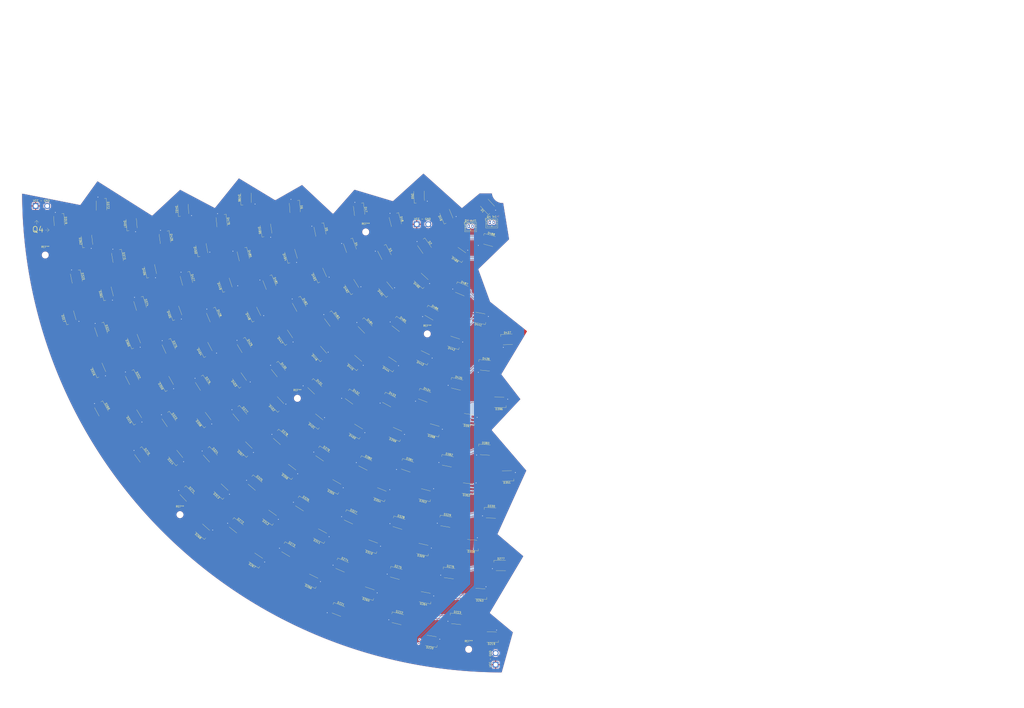
<source format=kicad_pcb>
(kicad_pcb (version 20240108) (generator "pcbnew") (generator_version "8.0")
  (layers (0 "F.Cu" signal) (31 "B.Cu" signal) (34 "B.Paste" user) (35 "F.Paste" user) (36 "B.SilkS" user "B.Silkscreen") (37 "F.SilkS" user "F.Silkscreen") (38 "B.Mask" user) (39 "F.Mask" user) (44 "Edge.Cuts" user))
  (net 0 "")
  (net 1 "Net-(D1-DO)")
  (net 2 "Net-(D1-CO)")
  (net 3 "VCC")
  (net 4 "GND")
  (net 5 "Net-(D1-CI)")
  (net 6 "Net-(D1-DI)")
  (net 7 "Net-(D2-CO)")
  (net 8 "Net-(D2-DO)")
  (net 9 "Net-(D2-CI)")
  (net 10 "Net-(D2-DI)")
  (net 11 "Net-(D3-CI)")
  (net 12 "Net-(D3-DI)")
  (net 13 "Net-(D4-DI)")
  (net 14 "Net-(D4-CI)")
  (net 15 "Net-(D5-CI)")
  (net 16 "Net-(D5-DI)")
  (net 17 "Net-(D47-DO)")
  (net 18 "Net-(D47-CO)")
  (net 19 "Net-(D49-CO)")
  (net 20 "Net-(D49-DO)")
  (net 21 "Net-(D47-DI)")
  (net 22 "Net-(D47-CI)")
  (net 23 "Net-(D48-CI)")
  (net 24 "Net-(D48-DI)")
  (net 25 "Net-(D219-CO)")
  (net 26 "Net-(D219-DO)")
  (net 27 "Net-(D221-CO)")
  (net 28 "Net-(D221-DO)")
  (net 29 "Net-(D222-CO)")
  (net 30 "Net-(D222-DO)")
  (net 31 "Net-(D263-CO)")
  (net 32 "Net-(D263-DO)")
  (net 33 "Net-(D264-CO)")
  (net 34 "Net-(D264-DO)")
  (net 35 "Net-(D265-DO)")
  (net 36 "Net-(D265-CO)")
  (net 37 "Net-(D266-DO)")
  (net 38 "Net-(D266-CO)")
  (net 39 "Net-(D267-CO)")
  (net 40 "Net-(D267-DO)")
  (net 41 "Net-(D269-CO)")
  (net 42 "Net-(D269-DO)")
  (net 43 "Net-(D270-CO)")
  (net 44 "Net-(D270-DO)")
  (net 45 "Net-(D271-DO)")
  (net 46 "Net-(D271-CO)")
  (net 47 "Net-(D272-DO)")
  (net 48 "Net-(D272-CO)")
  (net 49 "Net-(D273-DO)")
  (net 50 "Net-(D273-CO)")
  (net 51 "Net-(D274-DO)")
  (net 52 "Net-(D274-CO)")
  (net 53 "Net-(D275-DO)")
  (net 54 "Net-(D275-CO)")
  (net 55 "Net-(D276-CO)")
  (net 56 "Net-(D276-DO)")
  (net 57 "Net-(D308-CO)")
  (net 58 "Net-(D308-DO)")
  (net 59 "Net-(D309-CO)")
  (net 60 "Net-(D309-DO)")
  (net 61 "Net-(D310-DO)")
  (net 62 "Net-(D310-CO)")
  (net 63 "Net-(D311-DO)")
  (net 64 "Net-(D311-CO)")
  (net 65 "Net-(D312-DO)")
  (net 66 "Net-(D312-CO)")
  (net 67 "Net-(D313-CO)")
  (net 68 "Net-(D313-DO)")
  (net 69 "Net-(D314-DO)")
  (net 70 "Net-(D314-CO)")
  (net 71 "Net-(D315-CO)")
  (net 72 "Net-(D315-DO)")
  (net 73 "Net-(D316-DO)")
  (net 74 "Net-(D316-CO)")
  (net 75 "Net-(D319-CO)")
  (net 76 "Net-(D319-DO)")
  (net 77 "Net-(D320-CO)")
  (net 78 "Net-(D320-DO)")
  (net 79 "Net-(D321-DO)")
  (net 80 "Net-(D321-CO)")
  (net 81 "Net-(D322-DO)")
  (net 82 "Net-(D322-CO)")
  (net 83 "Net-(D323-CO)")
  (net 84 "Net-(D323-DO)")
  (net 85 "Net-(D324-DO)")
  (net 86 "Net-(D324-CO)")
  (net 87 "Net-(D325-DO)")
  (net 88 "Net-(D325-CO)")
  (net 89 "Net-(D326-CO)")
  (net 90 "Net-(D326-DO)")
  (net 91 "Net-(D327-CO)")
  (net 92 "Net-(D327-DO)")
  (net 93 "Net-(D328-CO)")
  (net 94 "Net-(D328-DO)")
  (net 95 "Net-(D329-DO)")
  (net 96 "Net-(D329-CO)")
  (net 97 "Net-(D220-CO)")
  (net 98 "Net-(D220-DO)")
  (net 99 "Net-(D351-CO)")
  (net 100 "Net-(D351-DO)")
  (net 101 "Net-(D352-DO)")
  (net 102 "Net-(D352-CO)")
  (net 103 "Net-(D353-CO)")
  (net 104 "Net-(D353-DO)")
  (net 105 "Net-(D354-CO)")
  (net 106 "Net-(D354-DO)")
  (net 107 "Net-(D355-CO)")
  (net 108 "Net-(D355-DO)")
  (net 109 "Net-(D356-CO)")
  (net 110 "Net-(D356-DO)")
  (net 111 "Net-(D357-DO)")
  (net 112 "Net-(D357-CO)")
  (net 113 "Net-(D358-CO)")
  (net 114 "Net-(D358-DO)")
  (net 115 "Net-(D359-CO)")
  (net 116 "Net-(D359-DO)")
  (net 117 "Net-(D360-DO)")
  (net 118 "Net-(D360-CO)")
  (net 119 "Net-(D361-CO)")
  (net 120 "Net-(D361-DO)")
  (net 121 "Net-(D219-CI)")
  (net 122 "Net-(D219-DI)")
  (net 123 "Net-(D372-CO)")
  (net 124 "Net-(D372-DO)")
  (net 125 "Net-(D373-CO)")
  (net 126 "Net-(D373-DO)")
  (net 127 "Net-(D374-CO)")
  (net 128 "Net-(D374-DO)")
  (net 129 "Net-(D375-CO)")
  (net 130 "Net-(D375-DO)")
  (net 131 "Net-(D376-DO)")
  (net 132 "Net-(D376-CO)")
  (net 133 "Net-(D377-DO)")
  (net 134 "Net-(D377-CO)")
  (net 135 "Net-(D378-DO)")
  (net 136 "Net-(D378-CO)")
  (net 137 "Net-(D379-DO)")
  (net 138 "Net-(D379-CO)")
  (net 139 "Net-(D380-DO)")
  (net 140 "Net-(D380-CO)")
  (net 141 "Net-(D381-DO)")
  (net 142 "Net-(D381-CO)")
  (net 143 "Net-(D382-DO)")
  (net 144 "Net-(D382-CO)")
  (net 145 "Net-(D221-DI)")
  (net 146 "Net-(D221-CI)")
  (net 147 "Net-(D396-DO)")
  (net 148 "Net-(D396-CO)")
  (net 149 "Net-(D397-CO)")
  (net 150 "Net-(D397-DO)")
  (net 151 "Net-(D398-DO)")
  (net 152 "Net-(D398-CO)")
  (net 153 "Net-(D399-DO)")
  (net 154 "Net-(D399-CO)")
  (net 155 "Net-(D400-CO)")
  (net 156 "Net-(D400-DO)")
  (net 157 "Net-(D401-DO)")
  (net 158 "Net-(D401-CO)")
  (net 159 "Net-(D402-CO)")
  (net 160 "Net-(D402-DO)")
  (net 161 "Net-(D403-CO)")
  (net 162 "Net-(D403-DO)")
  (net 163 "Net-(D404-CO)")
  (net 164 "Net-(D404-DO)")
  (net 165 "Net-(D405-DO)")
  (net 166 "Net-(D405-CO)")
  (net 167 "Net-(D406-CO)")
  (net 168 "Net-(D406-DO)")
  (net 169 "Net-(D426-CO)")
  (net 170 "Net-(D426-DO)")
  (net 171 "Net-(D427-DO)")
  (net 172 "Net-(D427-CO)")
  (net 173 "Net-(D428-DO)")
  (net 174 "Net-(D428-CO)")
  (net 175 "Net-(D429-DO)")
  (net 176 "Net-(D429-CO)")
  (net 177 "Net-(D430-CO)")
  (net 178 "Net-(D430-DO)")
  (net 179 "Net-(D431-CO)")
  (net 180 "Net-(D431-DO)")
  (net 181 "Net-(D432-CO)")
  (net 182 "Net-(D432-DO)")
  (net 183 "Net-(D433-DO)")
  (net 184 "Net-(D433-CO)")
  (net 185 "Net-(D434-DO)")
  (net 186 "Net-(D434-CO)")
  (net 187 "Net-(D435-DO)")
  (net 188 "Net-(D435-CO)")
  (net 189 "Net-(D436-CO)")
  (net 190 "Net-(D436-DO)")
  (net 191 "Net-(D263-CI)")
  (net 192 "Net-(D263-DI)")
  (net 193 "Net-(D269-DI)")
  (net 194 "Net-(D269-CI)")
  (net 195 "Net-(D441-CO)")
  (net 196 "Net-(D441-DO)")
  (net 197 "Net-(D442-DO)")
  (net 198 "Net-(D442-CO)")
  (net 199 "Net-(D443-CO)")
  (net 200 "Net-(D443-DO)")
  (net 201 "Net-(D444-DO)")
  (net 202 "Net-(D444-CO)")
  (net 203 "Net-(D445-CO)")
  (net 204 "Net-(D445-DO)")
  (net 205 "Net-(D446-CO)")
  (net 206 "Net-(D446-DO)")
  (net 207 "Net-(D447-CO)")
  (net 208 "Net-(D447-DO)")
  (net 209 "Net-(D448-CO)")
  (net 210 "Net-(D448-DO)")
  (net 211 "Net-(D449-DO)")
  (net 212 "Net-(D449-CO)")
  (net 213 "Net-(D450-CO)")
  (net 214 "Net-(D450-DO)")
  (net 215 "Net-(D308-DI)")
  (net 216 "Net-(D308-CI)")
  (net 217 "Net-(D479-DO)")
  (net 218 "Net-(D479-CO)")
  (net 219 "Net-(D480-CO)")
  (net 220 "Net-(D480-DO)")
  (net 221 "Net-(D481-CO)")
  (net 222 "Net-(D481-DO)")
  (net 223 "Net-(D482-CO)")
  (net 224 "Net-(D482-DO)")
  (net 225 "Net-(D483-DO)")
  (net 226 "Net-(D483-CO)")
  (net 227 "Net-(D484-DO)")
  (net 228 "Net-(D484-CO)")
  (net 229 "Net-(D485-CO)")
  (net 230 "Net-(D485-DO)")
  (net 231 "Net-(D486-CO)")
  (net 232 "Net-(D486-DO)")
  (net 233 "Net-(D488-DO)")
  (net 234 "Net-(D488-CO)")
  (net 235 "Net-(D489-CO)")
  (net 236 "Net-(D489-DO)")
  (net 237 "Net-(D490-DO)")
  (net 238 "Net-(D490-CO)")
  (net 239 "Net-(D491-CO)")
  (net 240 "Net-(D491-DO)")
  (net 241 "Net-(D492-DO)")
  (net 242 "Net-(D492-CO)")
  (net 243 "Net-(D493-CO)")
  (net 244 "Net-(D493-DO)")
  (net 245 "Net-(D494-DO)")
  (net 246 "Net-(D494-CO)")
  (net 247 "Net-(D495-DO)")
  (net 248 "Net-(D495-CO)")
  (net 249 "Net-(D319-DI)")
  (net 250 "Net-(D319-CI)")
  (net 251 "Net-(D351-DI)")
  (net 252 "Net-(D351-CI)")
  (net 253 "Net-(D372-DI)")
  (net 254 "Net-(D372-CI)")
  (net 255 "Net-(D396-CI)")
  (net 256 "Net-(D396-DI)")
  (net 257 "Net-(D426-DI)")
  (net 258 "Net-(D426-CI)")
  (net 259 "Net-(D441-DI)")
  (net 260 "Net-(D441-CI)")
  (net 261 "Net-(D479-CI)")
  (net 262 "Net-(D479-DI)")
  (footprint "LED_SMD:LED_RGB_5050-6" (layer "F.Cu") (at 143.852434 329.414075 100.668)
    (property "Reference" "D450")
    (property "Value" "APA102")
  )
  (footprint "LED_SMD:LED_RGB_5050-6" (layer "F.Cu") (at 281.794224 453.957947 173.256)
    (property "Reference" "D352")
    (property "Value" "APA102")
  )
  (footprint "LED_SMD:LED_RGB_5050-6" (layer "F.Cu") (at 257.809808 345.593176 137.22)
    (property "Reference" "D490")
    (property "Value" "APA102")
  )
  (footprint "LED_SMD:LED_RGB_5050-6" (layer "F.Cu") (at 179.054779 468.760195 144.372)
    (property "Reference" "D312")
    (property "Value" "APA102")
  )
  (footprint "LED_SMD:LED_RGB_5050-6" (layer "F.Cu") (at 171.534479 451.181546 -40.356)
    (property "Reference" "D325")
    (property "Value" "APA102")
  )
  (footprint "MountingHole:MountingHole_3.2mm_M3" (layer "F.Cu") (at 229 320.5)
    (property "Reference" "REF**")
    (property "Value" "MountingHole_3.2mm_M3")
  )
  (footprint "LED_SMD:LED_RGB_5050-6" (layer "F.Cu") (at 189.131323 444.926314 142.584)
    (property "Reference" "D356")
    (property "Value" "APA102")
  )
  (footprint "LED_SMD:LED_RGB_5050-6" (layer "F.Cu") (at 91.674434 412.772818 -61.572)
    (property "Reference" "D269")
    (property "Value" "APA102")
  )
  (footprint "LED_SMD:LED_RGB_5050-6" (layer "F.Cu") (at 108.610673 376.984581 111.912)
    (property "Reference" "D360")
    (property "Value" "APA102")
  )
  (footprint "Connector_JST:JST_PH_B2B-PH-K_1x02_P2.00mm_Vertical" (layer "F.Cu") (at 282.5 317.5)
    (property "Reference" "Q4 out1")
    (property "Value" "Conn_01x02_Pin")
  )
  (footprint "LED_SMD:LED_RGB_5050-6" (layer "F.Cu") (at 288.452761 508.628045 176.832)
    (property "Reference" "D263")
    (property "Value" "APA102")
  )
  (footprint "LED_SMD:LED_RGB_5050-6" (layer "F.Cu") (at 130.093462 362.257677 110.124)
    (property "Reference" "D405")
    (property "Value" "APA102")
  )
  (footprint "LED_SMD:LED_RGB_5050-6" (layer "F.Cu") (at 161.753707 473.376649 -38.568)
    (property "Reference" "D272")
    (property "Value" "APA102")
  )
  (footprint "LED_SMD:LED_RGB_5050-6" (layer "F.Cu") (at 126.752849 418.216643 -55.692)
    (property "Reference" "D323")
    (property "Value" "APA102")
  )
  (footprint "LED_SMD:LED_RGB_5050-6" (layer "F.Cu") (at 130.287148 437.607405 129.036)
    (property "Reference" "D314")
    (property "Value" "APA102")
  )
  (footprint "Connector_Wire:SolderWire-1.5sqmm_1x02_P6mm_D1.7mm_OD3mm" (layer "F.Cu") (at 296.5 545.5 90)
    (property "Reference" "VCC - GND")
    (property "Value" "SolderWire-1.5sqmm_1x02_P6mm_D1.7mm_OD3mm" (hide yes))
  )
  (footprint "LED_SMD:LED_RGB_5050-6" (layer "F.Cu") (at 270.81679 471.016345 -9.684)
    (property "Reference" "D329")
    (property "Value" "APA102")
  )
  (footprint "LED_SMD:LED_RGB_5050-6" (layer "F.Cu") (at 177.25146 319.178012 98.88)
    (property "Reference" "D495")
    (property "Value" "APA102")
  )
  (footprint "LED_SMD:LED_RGB_5050-6" (layer "F.Cu") (at 256.744235 301.785728 92.364)
    (property "Reference" "D50")
    (property "Value" "APA102")
  )
  (footprint "MountingHole:MountingHole_3.2mm_M3" (layer "F.Cu") (at 282.5 537.5)
    (property "Reference" "REF**")
    (property "Value" "MountingHole_3.2mm_M3")
  )
  (footprint "LED_SMD:LED_RGB_5050-6" (layer "F.Cu") (at 241.45698 389.041927 146.676)
    (property "Reference" "D444")
    (property "Value" "APA102")
  )
  (footprint "LED_SMD:LED_RGB_5050-6" (layer "F.Cu") (at 294.136352 466.579163 -2.016)
    (property "Reference" "D330")
    (property "Value" "APA102")
  )
  (footprint "LED_SMD:LED_RGB_5050-6" (layer "F.Cu") (at 94.682812 352.121036 104.244)
    (property "Reference" "D361")
    (property "Value" "APA102")
  )
  (footprint "LED_SMD:LED_RGB_5050-6" (layer "F.Cu") (at 291.106312 433.759681 -3.804)
    (property "Reference" "D383")
    (property "Value" "APA102")
  )
  (footprint "LED_SMD:LED_RGB_5050-6" (layer "F.Cu") (at 171.894398 491.073166 146.16)
    (property "Reference" "D267")
    (property "Value" "APA102")
  )
  (footprint "LED_SMD:LED_RGB_5050-6" (layer "F.Cu") (at 187.414051 375.006028 123.672)
    (property "Reference" "D447")
    (property "Value" "APA102")
  )
  (footprint "LED_SMD:LED_RGB_5050-6" (layer "F.Cu") (at 126.659374 380.2856 -65.148)
    (property "Reference" "D375")
    (property "Value" "APA102")
  )
  (footprint "LED_SMD:LED_RGB_5050-6" (layer "F.Cu") (at 259.598221 457.21783 165.588)
    (property "Reference" "D353")
    (property "Value" "APA102")
  )
  (footprint "MountingHole:MountingHole_3.2mm_M3" (layer "F.Cu") (at 132.5 467.5)
    (property "Reference" "REF**")
    (property "Value" "MountingHole_3.2mm_M3")
  )
  (footprint "LED_SMD:LED_RGB_5050-6" (layer "F.Cu") (at 111.796327 358.201181 -72.816)
    (property "Reference" "D374")
    (property "Value" "APA102")
  )
  (footprint "LED_SMD:LED_RGB_5050-6" (layer "F.Cu") (at 284.106283 483.287042 175.044)
    (property "Reference" "D308")
    (property "Value" "APA102")
  )
  (footprint "LED_SMD:LED_RGB_5050-6" (layer "F.Cu") (at 163.638281 415.18564 -49.812)
    (property "Reference" "D377")
    (property "Value" "APA102")
  )
  (footprint "LED_SMD:LED_RGB_5050-6" (layer "F.Cu") (at 100.001796 333.525637 -80.484)
    (property "Reference" "D373")
    (property "Value" "APA102")
  )
  (footprint "LED_SMD:LED_RGB_5050-6" (layer "F.Cu") (at 192.179604 307.827025 -85.848)
    (property "Reference" "D6")
    (property "Value" "APA102")
  )
  (footprint "LED_SMD:LED_RGB_5050-6" (layer "F.Cu") (at 188.837296 485.739342 -30.9)
    (property "Reference" "D273")
    (property "Value" "APA102")
  )
  (footprint "LED_SMD:LED_RGB_5050-6" (layer "F.Cu") (at 263.205523 362.754812 -30.384)
    (property "Reference" "D486")
    (property "Value" "APA102")
  )
  (footprint "LED_SMD:LED_RGB_5050-6" (layer "F.Cu") (at 214.766748 516.998946 -21.444)
    (property "Reference" "D221")
    (property "Value" "APA102")
  )
  (footprint "LED_SMD:LED_RGB_5050-6" (layer "F.Cu") (at 225.588697 309.257866 -82.908)
    (property "Reference" "D47")
    (property "Value" "APA102")
  )
  (footprint "Connector_JST:JST_PH_B2B-PH-K_1x02_P2.00mm_Vertical" (layer "F.Cu") (at 293.5 315.5)
    (property "Reference" "Q4 in1")
    (property "Value" "Conn_01x02_Pin")
  )
  (footprint "LED_SMD:LED_RGB_5050-6" (layer "F.Cu") (at 244.442025 425.562977 156.132)
    (property "Reference" "D399")
    (property "Value" "APA102")
  )
  (footprint "LED_SMD:LED_RGB_5050-6" (layer "F.Cu") (at 238.73677 331.425573 -62.844)
    (property "Reference" "D3")
    (property "Value" "APA102")
  )
  (footprint "LED_SMD:LED_RGB_5050-6" (layer "F.Cu") (at 165.383564 332.58704 -76.392)
    (property "Reference" "D480")
    (property "Value" "APA102")
  )
  (footprint "LED_SMD:LED_RGB_5050-6" (layer "F.Cu") (at 230.258159 508.388041 161.496)
    (property "Reference" "D265")
    (property "Value" "APA102")
  )
  (footprint "LED_SMD:LED_RGB_5050-6" (layer "F.Cu") (at 270.882669 312.017947 112.428)
    (property "Reference" "D49")
    (property "Value" "APA102")
  )
  (footprint "LED_SMD:LED_RGB_5050-6" (layer "F.Cu") (at 262.856061 533.252712 170.952)
    (property "Reference" "D220")
    (property "Value" "APA102")
  )
  (footprint "LED_SMD:LED_RGB_5050-6" (layer "F.Cu") (at 202.534097 401.168907 -43.932)
    (property "Reference" "D431")
    (property "Value" "APA102")
  )
  (footprint "MountingHole:MountingHole_3.2mm_M3" (layer "F.Cu") (at 62.5 332.5)
    (property "Reference" "REF**")
    (property "Value" "MountingHole_3.2mm_M3")
  )
  (footprint "LED_SMD:LED_RGB_5050-6" (layer "F.Cu") (at 282.30681 417.937275 171.468)
    (property "Reference" "D397")
    (property "Value" "APA102")
  )
  (footprint "LED_SMD:LED_RGB_5050-6" (layer "F.Cu") (at 294.431033 531.171444 178.62)
    (property "Reference" "D219")
    (property "Value" "APA102")
  )
  (footprint "LED_SMD:LED_RGB_5050-6" (layer "F.Cu") (at 107.349133 316.136712 94.788)
    (property "Reference" "D407")
    (property "Value" "APA102")
  )
  (footprint "LED_SMD:LED_RGB_5050-6" (layer "F.Cu") (at 239.415133 350.034727 129.552)
    (property "Reference" "D491")
    (property "Value" "APA102")
  )
  (footprint "LED_SMD:LED_RGB_5050-6" (layer "F.Cu") (at 153.84461 455.118026 136.704)
    (property "Reference" "D313")
    (property "Value" "APA102")
  )
  (footprint "LED_SMD:LED_RGB_5050-6" (layer "F.Cu") (at 246.239927 368.68118 -38.052)
    (property "Reference" "D485")
    (property "Value" "APA102")
  )
  (footprint "LED_SMD:LED_RGB_5050-6" (layer "F.Cu") (at 221.183383 468.868857 -25.02)
    (property "Reference" "D327")
    (property "Value" "APA102")
  )
  (footprint "LED_SMD:LED_RGB_5050-6" (layer "F.Cu") (at 108.973085 416.456935 121.368)
    (property "Reference" "D315")
    (property "Value" "APA102")
  )
  (footprint "LED_SMD:LED_RGB_5050-6" (layer "F.Cu") (at 278.931065 350.327427 -22.716)
    (property "Reference" "D487")
    (property "Value" "APA102")
  )
  (footprint "LED_SMD:LED_RGB_5050-6" (layer "F.Cu") (at 244.864288 497.954043 -15.564)
    (property "Reference" "D275")
    (property "Value" "APA102")
  )
  (footprint "LED_SMD:LED_RGB_5050-6" (layer "F.Cu") (at 205.30463 478.396431 152.04)
    (property "Reference" "D311")
    (property "Value" "APA102")
  )
  (footprint "LED_SMD:LED_RGB_5050-6" (layer "F.Cu") (at 107.657869 396.485775 -63.36)
    (property "Reference" "D322")
    (property "Value" "APA102")
  )
  (footprint "LED_SMD:LED_RGB_5050-6" (layer "F.Cu") (at 166.799742 302.818057 91.212)
    (property "Reference" "D496")
    (property "Value" "APA102")
  )
  (footprint "LED_SMD:LED_RGB_5050-6" (layer "F.Cu") (at 124.657977 323.794432 -82.272)
    (property "Reference" "D426")
    (property "Value" "APA102")
  )
  (footprint "LED_SMD:LED_RGB_5050-6" (layer "F.Cu") (at 75.248732 364.582256 106.032)
    (property "Reference" "D317")
    (property "Value" "APA102")
  )
  (footprint "MountingHole:MountingHole_3.2mm_M3" (layer "F.Cu") (at 193.5 407)
    (property "Reference" "REF**")
    (property "Value" "MountingHole_3.2mm_M3")
  )
  (footprint "LED_SMD:LED_RGB_5050-6" (layer "F.Cu") (at 211.202643 365.975596 -53.388)
    (property "Reference" "D483")
    (property "Value" "APA102")
  )
  (footprint "LED_SMD:LED_RGB_5050-6" (layer "F.Cu") (at 271.672448 439.583486 -11.472)
    (property "Reference" "D382")
    (property "Value" "APA102")
  )
  (footprint "LED_SMD:LED_RGB_5050-6" (layer "F.Cu") (at 178.974216 347.127589 -68.724)
    (property "Reference" "D481")
    (property "Value" "APA102")
  )
  (footprint "LED_SMD:LED_RGB_5050-6" (layer "F.Cu") (at 246.305389 471.844082 -17.352)
    (property "Reference" "D328")
    (property "Value" "APA102")
  )
  (footprint "LED_SMD:LED_RGB_5050-6" (layer "F.Cu") (at 145.683131 381.33452 117.792)
    (property "Reference" "D404")
    (property "Value" "APA102")
  )
  (footprint "LED_SMD:LED_RGB_5050-6" (layer "F.Cu") (at 236.357204 456.89039 157.92)
    (property "Reference" "D354")
    (property "Value" "APA102")
  )
  (footprint "LED_SMD:LED_RGB_5050-6" (layer "F.Cu") (at 250.707837 442.026521 -19.14)
    (property "Reference" "D381")
    (property "Value" "APA102")
  )
  (footprint "LED_SMD:LED_RGB_5050-6" (layer "F.Cu") (at 149.714587 363.990583 -66.936)
    (property "Reference" "D428")
    (property "Value" "APA102")
  )
  (footprint "LED_SMD:LED_RGB_5050-6" (layer "F.Cu") (at 244.386904 314.652085 -75.24)
    (property "Reference" "D48")
    (property "Value" "APA102")
  )
  (footprint "LED_SMD:LED_RGB_5050-6" (layer "F.Cu") (at 288.103326 365.333522 169.68)
    (property "Reference" "D441")
    (property "Value" "APA102")
  )
  (footprint "LED_SMD:LED_RGB_5050-6" (layer "F.Cu") (at 293.322456 324.837681 -15.048)
    (property "Reference" "D488")
    (property "Value" "APA102")
  )
  (footprint "LED_SMD:LED_RGB_5050-6" (layer "F.Cu") (at 302.376582 447.355359 -179.076)
    (property "Reference" "D351")
    (property "Value" "APA102")
  )
  (footprint "LED_SMD:LED_RGB_5050-6" (layer "F.Cu") (at 69.703263 314.63432 -86.364)
    (property "Reference" "D319")
    (property "Value" "APA102")
  )
  (footprint "LED_SMD:LED_RGB_5050-6" (layer "F.Cu") (at 258.439474 485.565952 167.376)
    (property "Reference" "D309")
    (property "Value" "APA102")
  )
  (footprint "LED_SMD:LED_RGB_5050-6" (layer "F.Cu") (at 112.57512 436.652531 -53.904)
    (property "Reference" "D270")
    (property "Value" "APA102")
  )
  (footprint "LED_SMD:LED_RGB_5050-6" (layer "F.Cu") (at 194.432425 358.382251 -61.056)
    (property "Reference" "D482")
    (property "Value" "APA102")
  )
  (footprint "LED_SMD:LED_RGB_5050-6" (layer "F.Cu") (at 299.228426 493.89341 -0.228)
    (property "Reference" "D277")
    (property "Value" "APA102")
  )
  (footprint "LED_SMD:LED_RGB_5050-6" (layer "F.Cu") (at 264.122242 423.49205 163.8)
    (property "Reference" "D398")
    (property "Value" "APA102")
  )
  (footprint "LED_SMD:LED_RGB_5050-6" (layer "F.Cu") (at 259.690108 510.592883 169.164)
    (property "Reference" "D264")
    (property "Value" "APA102")
  )
  (footprint "LED_SMD:LED_RGB_5050-6" (layer "F.Cu") (at 216.751262 493.934647 -23.232)
    (property "Reference" "D274")
    (property "Value" "APA102")
  )
  (footprint "LED_SMD:LED_RGB_5050-6" (layer "F.Cu") (at 205.07089 383.514754 131.34)
    (property "Reference" "D446")
    (property "Value" "APA102")
  )
  (footprint "LED_SMD:LED_RGB_5050-6" (layer "F.Cu") (at 170.950745 362.952679 116.004)
    (property "Reference" "D448")
    (property "Value" "APA102")
  )
  (footprint "LED_SMD:LED_RGB_5050-6" (layer "F.Cu") (at 183.627458 392.235739 -51.6)
    (property "Reference" "D430")
    (property "Value" "APA102")
  )
  (footprint "Connector_Wire:SolderWire-1.5sqmm_1x02_P6mm_D1.7mm_OD3mm" (layer "F.Cu") (at 255.5 316.5)
    (property "Reference" "VCC - GND")
    (property "Value" "SolderWire-1.5sqmm_1x02_P6mm_D1.7mm_OD3mm")
  )
  (footprint "LED_SMD:LED_RGB_5050-6" (layer "F.Cu") (at 144.977688 417.873164 127.248)
    (property "Reference" "D358")
    (property "Value" "APA102")
  )
  (footprint "LED_SMD:LED_RGB_5050-6" (layer "F.Cu") (at 298.354583 409.106794 179.136)
    (property "Reference" "D396")
    (property "Value" "APA102")
  )
  (footprint "LED_SMD:LED_RGB_5050-6" (layer "F.Cu") (at 78.689199 344.238329 -78.696)
    (property "Reference" "D320")
    (property "Value" "APA102")
  )
  (footprint "LED_SMD:LED_RGB_5050-6" (layer "F.Cu") (at 223.902569 424.004762 148.464)
    (property "Reference" "D400")
    (property "Value" "APA102")
  )
  (footprint "LED_SMD:LED_RGB_5050-6" (layer "F.Cu") (at 184.660844 427.451477 -42.144)
    (property "Reference" "D378")
    (property "Value" "APA102")
  )
  (footprint "LED_SMD:LED_RGB_5050-6" (layer "F.Cu") (at 291.198433 389.894562 -5.592)
    (property "Reference" "D436")
    (property "Value" "APA102")
  )
  (footprint "LED_SMD:LED_RGB_5050-6" (layer "F.Cu") (at 166.367732 433.24101 134.916)
    (property "Reference" "D357")
    (property "Value" "APA102")
  )
  (footprint "LED_SMD:LED_RGB_5050-6" (layer "F.Cu") (at 190.202663 332.623532 106.548)
    (property "Reference" "D494")
    (property "Value" "APA102")
  )
  (footprint "LED_SMD:LED_RGB_5050-6" (layer "F.Cu") (at 134.207946 308.688793 93)
    (property "Reference" "D451")
    (property "Value" "APA102")
  )
  (footprint "LED_SMD:LED_RGB_5050-6" (layer "F.Cu") (at 212.665238 452.816522 150.252)
    (property "Reference" "D355")
    (property "Value" "APA102")
  )
  (footprint "LED_SMD:LED_RGB_5050-6" (layer "F.Cu") (at 144.115576 399.385845 -57.48)
    (property "Reference" "D376")
    (property "Value" "APA102")
  )
  (footprint "LED_SMD:LED_RGB_5050-6" (layer "F.Cu") (at 206.58836 436.036817 -34.476)
    (property "Reference" "D379")
    (property "Value" "APA102")
  )
  (footprint "LED_SMD:LED_RGB_5050-6" (layer "F.Cu") (at 274.674586 377.999188 162.012)
    (property "Reference" "D442")
    (property "Value" "APA102")
  )
  (footprint "LED_SMD:LED_RGB_5050-6" (layer "F.Cu") (at 277.402805 332.138245 144.888)
    (property "Reference" "D489")
    (property "Value" "APA102")
  )
  (footprint "LED_SMD:LED_RGB_5050-6" (layer "F.Cu") (at 241.176615 407.907643 -28.596)
    (property "Reference" "D433")
    (property "Value" "APA102")
  )
  (footprint "LED_SMD:LED_RGB_5050-6" (layer "F.Cu") (at 205.247446 319.82936 -78.18)
    (property "Reference" "D5")
    (property "Value" "APA102")
  )
  (footprint "LED_SMD:LED_RGB_5050-6" (layer "F.Cu") (at 221.931201 406.417868 -36.264)
    (property "Reference" "D432")
    (property "Value" "APA102")
  )
  (footprint "LED_SMD:LED_RGB_5050-6" (layer "F.Cu") (at 84.203477 324.876911 96.576)
    (property "Reference" "D362")
    (property "Value" "APA102")
  )
  (footprint "LED_SMD:LED_RGB_5050-6" (layer "F.Cu") (at 228.684316 369.545476 -45.72)
    (property "Reference" "D484")
    (property "Value" "APA102")
  )
  (footprint "LED_SMD:LED_RGB_5050-6" (layer "F.Cu") (at 144.245262 475.999181 138.492)
    (property "Reference" "D268")
    (property "Value" "APA102")
  )
  (footprint "LED_SMD:LED_RGB_5050-6" (layer "F.Cu") (at 258.832831 385.707433 154.344)
    (property "Reference" "D443")
    (property "Value" "APA102")
  )
  (footprint "LED_SMD:LED_RGB_5050-6" (layer "F.Cu") (at 220.812243 328.023191 -70.512)
    (property "Reference" "D4")
    (property "Value" "APA102")
  )
  (footprint "Connector_Wire:SolderWire-1.5sqmm_1x02_P6mm_D1.7mm_OD3mm" (layer "F.Cu") (at 57.5 307)
    (property "Reference" "VCC - GND")
    (property "Value" "SolderWire-1.5sqmm_1x02_P6mm_D1.7mm_OD3mm")
  )
  (footprint "LED_SMD:LED_RGB_5050-6" (layer "F.Cu") (at 223.303898 388.253656 139.008)
    (property "Reference" "D445")
    (property "Value" "APA102")
  )
  (footprint "LED_SMD:LED_RGB_5050-6" (layer "F.Cu") (at 156.25541 347.639194 108.336)
    (property "Reference" "D449")
    (property "Value" "APA102")
  )
  (footprint "MountingHole:MountingHole_3.2mm_M3" (layer "F.Cu") (at 261 373.5)
    (property "Reference" "REF**")
    (property "Value" "MountingHole_3.2mm_M3")
  )
  (footprint "LED_SMD:LED_RGB_5050-6" (layer "F.Cu") (at 148.234734 436.534992 -48.024)
    (property "Reference" "D324")
    (property "Value" "APA102")
  )
  (footprint "LED_SMD:LED_RGB_5050-6" (layer "F.Cu") (at 203.137987 418.747633 140.796)
    (property "Reference" "D401")
    (property "Value" "APA102")
  )
  (footprint "LED_SMD:LED_RGB_5050-6" (layer "F.Cu") (at 136.128963 456.949143 -46.236)
    (property "Reference" "D271")
    (property "Value" "APA102")
  )
  (footprint "LED_SMD:LED_RGB_5050-6" (layer "F.Cu") (at 276.273643 521.720116 -6.108)
    (property "Reference" "D223")
    (property "Value" "APA102")
  )
  (footprint "LED_SMD:LED_RGB_5050-6" (layer "F.Cu") (at 272.555675 497.882058 -7.896)
    (property "Reference" "D276")
    (property "Value" "APA102")
  )
  (footprint "LED_SMD:LED_RGB_5050-6" (layer "F.Cu") (at 135.829343 345.207802 -74.604)
    (property "Reference" "D427")
    (property "Value" "APA102")
  )
  (footprint "LED_SMD:LED_RGB_5050-6" (layer "F.Cu") (at 205.201853 342.635799 114.216)
    (property "Reference" "D493")
    (property "Value" "APA102")
  )
  (footprint "LED_SMD:LED_RGB_5050-6" (layer "F.Cu") (at 276.525938 399.612842 -13.26)
    (property "Reference" "D435")
    (property "Value" "APA102")
  )
  (footprint "LED_SMD:LED_RGB_5050-6" (layer "F.Cu") (at 302.769089 376.390982 2.076)
    (property "Reference" "D437")
    (property "Value" "APA102")
  )
  (footprint "LED_SMD:LED_RGB_5050-6" (layer "F.Cu") (at 200.779703 501.891264 153.828)
    (property "Reference" "D266")
    (property "Value" "APA102")
  )
  (footprint "LED_SMD:LED_RGB_5050-6" (layer "F.Cu") (at 228.809483 440.884386 -26.808)
    (property "Reference" "D380")
    (property "Value" "APA102")
  )
  (footprint "LED_SMD:LED_RGB_5050-6" (layer "F.Cu") (at 259.605424 405.628018 -20.928)
    (property "Reference" "D434")
    (property "Value" "APA102")
  )
  (footprint "LED_SMD:LED_RGB_5050-6" (layer "F.Cu") (at 221.764595 348.666943 121.884)
    (property "Reference" "D492")
    (property "Value" "APA102")
  )
  (footprint "LED_SMD:LED_RGB_5050-6" (layer "F.Cu") (at 259.570699 328.124218 -55.176)
    (property "Reference" "D2")
    (property "Value" "APA102")
  )
  (footprint "LED_SMD:LED_RGB_5050-6" (layer "F.Cu") (at 125.542811 399.024943 119.58)
    (property "Reference" "D359")
    (property "Value" "APA102")
  )
  (footprint "LED_SMD:LED_RGB_5050-6" (layer "F.Cu") (at 196.054853 461.985821 -32.688)
    (property "Reference" "D326")
    (property "Value" "APA102")
  )
  (footprint "LED_SMD:LED_RGB_5050-6" (layer "F.Cu") (at 292.257597 307.092616 132.492)
    (property "Reference" "D1")
    (property "Value" "APA102")
  )
  (footprint "LED_SMD:LED_RGB_5050-6" (layer "F.Cu") (at 163.428043 397.272045 125.46)
    (property "Reference" "D403")
    (property "Value" "APA102")
  )
  (footprint "LED_SMD:LED_RGB_5050-6" (layer "F.Cu") (at 165.826988 379.767493 -59.268)
    (property "Reference" "D429")
    (property "Value" "APA102")
  )
  (footprint "LED_SMD:LED_RGB_5050-6" (layer "F.Cu") (at 91.68935 306.721116 -88.152)
    (property "Reference" "D372")
    (property "Value" "APA102")
  )
  (footprint "LED_SMD:LED_RGB_5050-6" (layer "F.Cu") (at 154.162734 315.173723 -84.06)
    (property "Reference" "D479")
    (property "Value" "APA102")
  )
  (footprint "LED_SMD:LED_RGB_5050-6" (layer "F.Cu") (at 245.678932 521.556362 -13.776)
    (property "Reference" "D222")
    (property "Value" "APA102")
  )
  (footprint "LED_SMD:LED_RGB_5050-6" (layer "F.Cu") (at 117.165488 340.386152 102.456)
    (property "Reference" "D406")
    (property "Value" "APA102")
  )
  (footprint "LED_SMD:LED_RGB_5050-6" (layer "F.Cu") (at 91.478096 371.685883 -71.028)
    (property "Reference" "D321")
    (property "Value" "APA102")
  )
  (footprint "LED_SMD:LED_RGB_5050-6" (layer "F.Cu") (at 182.775627 409.804128 133.128)
    (property "Reference" "D402")
    (property "Value" "APA102")
  )
  (footprint "LED_SMD:LED_RGB_5050-6" (layer "F.Cu") (at 231.972113 483.982218 159.708)
    (property "Reference" "D310")
    (property "Value" "APA102")
  )
  (footprint "LED_SMD:LED_RGB_5050-6" (layer "F.Cu") (at 90.457762 391.982611 113.7)
    (property "Reference" "D316")
    (property "Value" "APA102")
  )
  (gr_line (start 62.5 319.5) (end 64.5 319.5) (stroke (width 0.1)) (layer "F.SilkS"))
  (gr_line (start 58 314.5) (end 57 315.5) (stroke (width 0.1)) (layer "F.SilkS"))
  (gr_line (start 64.5 319.5) (end 63.5 320.5) (stroke (width 0.1)) (layer "F.SilkS"))
  (gr_line (start 58 314.5) (end 59 315.5) (stroke (width 0.1)) (layer "F.SilkS"))
  (gr_line (start 58 314.5) (end 58 316.5) (stroke (width 0.1)) (layer "F.SilkS"))
  (gr_line (start 63.5 318.5) (end 64.5 319.5) (stroke (width 0.1)) (layer "F.SilkS"))
  (gr_line (start 243 304) (end 259 289.5) (stroke (width 0.05)) (layer "Edge.Cuts"))
  (gr_line (start 294 356.5) (end 288 340) (stroke (width 0.05)) (layer "Edge.Cuts"))
  (gr_line (start 294 518.5) (end 311.5 489) (stroke (width 0.05)) (layer "Edge.Cuts"))
  (gr_line (start 288 300) (end 295.008549 300) (stroke (width 0.05)) (layer "Edge.Cuts"))
  (gr_line (start 182 303.5) (end 196 295.5) (stroke (width 0.05)) (layer "Edge.Cuts"))
  (gr_line (start 163 292) (end 182 303.5) (stroke (width 0.05)) (layer "Edge.Cuts"))
  (gr_line (start 89.5 293.5) (end 118 311.5) (stroke (width 0.05)) (layer "Edge.Cuts"))
  (gr_line (start 288 340) (end 304 324.5) (stroke (width 0.05)) (layer "Edge.Cuts"))
  (gr_line (start 259 289.5) (end 279 307.5) (stroke (width 0.05)) (layer "Edge.Cuts"))
  (gr_line (start 300 550) (end 306 528.5) (stroke (width 0.05)) (layer "Edge.Cuts"))
  (gr_line (start 298 477.5) (end 313 444.5) (stroke (width 0.05)) (layer "Edge.Cuts"))
  (gr_line (start 294 518.5) (end 306 528.5) (stroke (width 0.05)) (layer "Edge.Cuts"))
  (gr_line (start 132.5 298) (end 150.5 307.5) (stroke (width 0.05)) (layer "Edge.Cuts"))
  (gr_line (start 118 311.5) (end 132.5 298) (stroke (width 0.05)) (layer "Edge.Cuts"))
  (gr_line (start 300 394.5) (end 313.5 372) (stroke (width 0.05)) (layer "Edge.Cuts"))
  (gr_line (start 212 310.5) (end 223 298) (stroke (width 0.05)) (layer "Edge.Cuts"))
  (gr_line (start 212 310.5) (end 196 295.5) (stroke (width 0.05)) (layer "Edge.Cuts"))
  (gr_arc (start 300.814241 304.924591) (mid 296.771197 303.806496) (end 295.008549 300) (stroke (width 0.05)) (layer "Edge.Cuts"))
  (gr_line (start 223 298) (end 243 304) (stroke (width 0.05)) (layer "Edge.Cuts"))
  (gr_line (start 279 307.5) (end 288 300) (stroke (width 0.05)) (layer "Edge.Cuts"))
  (gr_arc (start 300 550) (mid 123.223305 476.776695) (end 50 300) (stroke (width 0.05)) (layer "Edge.Cuts"))
  (gr_line (start 304 324.5) (end 300.814241 304.924591) (stroke (width 0.05)) (layer "Edge.Cuts"))
  (gr_line (start 295 423.5) (end 310 407.5) (stroke (width 0.05)) (layer "Edge.Cuts"))
  (gr_line (start 80.5 306) (end 89.5 293.5) (stroke (width 0.05)) (layer "Edge.Cuts"))
  (gr_line (start 150.5 307.5) (end 163 292) (stroke (width 0.05)) (layer "Edge.Cuts"))
  (gr_line (start 310 407.5) (end 300 394.5) (stroke (width 0.05)) (layer "Edge.Cuts"))
  (gr_line (start 298 477.5) (end 311.5 489) (stroke (width 0.05)) (layer "Edge.Cuts"))
  (gr_line (start 80.5 306) (end 50 300) (stroke (width 0.05)) (layer "Edge.Cuts"))
  (gr_line (start 313 444.5) (end 295 423.5) (stroke (width 0.05)) (layer "Edge.Cuts"))
  (gr_line (start 313.5 372) (end 294 356.5) (stroke (width 0.05)) (layer "Edge.Cuts"))
  (gr_text "in" (at 298.5 313 0) (layer "B.SilkS") (effects (font (size 1 1) (thickness 0.1)) (justify left bottom mirror)))
  (gr_text "out" (at 284.5 315 0) (layer "B.SilkS") (effects (font (size 1 1) (thickness 0.1)) (justify left bottom mirror)))
  (gr_text "Q4" (at 55.5 321 0) (layer "F.SilkS") (effects (font (size 3 3) (thickness 0.3)) (justify left bottom)))
  (segment (start 276.5 316.5) (end 276 316.5) (width 0.2) (layer "F.Cu") (net 1))
  (segment (start 289.382896 306.471252) (end 286.528748 306.471252) (width 0.2) (layer "F.Cu") (net 1))
  (segment (start 270.226911 316.726911) (end 270.226911 314.884998) (width 0.2) (layer "F.Cu") (net 1))
  (segment (start 271.5 317) (end 270.5 317) (width 0.2) (layer "F.Cu") (net 1))
  (segment (start 276 316.5) (end 275 317.5) (width 0.2) (layer "F.Cu") (net 1))
  (segment (start 286.528748 306.471252) (end 276.5 316.5) (width 0.2) (layer "F.Cu") (net 1))
  (segment (start 275 317.5) (end 272 317.5) (width 0.2) (layer "F.Cu") (net 1))
  (segment (start 270.5 317) (end 270.226911 316.726911) (width 0.2) (layer "F.Cu") (net 1))
  (segment (start 272 317.5) (end 271.5 317) (width 0.2) (layer "F.Cu") (net 1))
  (segment (start 289.928643 304.615139) (end 290.636428 305.322924) (width 0.2) (layer "F.Cu") (net 2))
  (segment (start 271.79832 315.79832) (end 272.5 316.5) (width 0.2) (layer "F.Cu") (net 2))
  (segment (start 286.884861 304.615139) (end 289.928643 304.615139) (width 0.2) (layer "F.Cu") (net 2))
  (segment (start 272.5 316.5) (end 275 316.5) (width 0.2) (layer "F.Cu") (net 2))
  (segment (start 275 316.5) (end 286.884861 304.615139) (width 0.2) (layer "F.Cu") (net 2))
  (segment (start 271.79832 314.236409) (end 271.79832 315.79832) (width 0.2) (layer "F.Cu") (net 2))
  (segment (start 185.657048 410.393544) (end 186.050592 410) (width 0.8) (layer "F.Cu") (net 4))
  (segment (start 289.143723 325.856277) (end 287.5 327.5) (width 0.8) (layer "F.Cu") (net 4))
  (segment (start 96.921072 354.028965) (end 97.413175 355.967478) (width 0.8) (layer "F.Cu") (net 4))
  (segment (start 181.995822 468.776457) (end 183.621454 469.941497) (width 0.8) (layer "F.Cu") (net 4))
  (segment (start 304.748855 445.616877) (end 306.748594 445.584625) (width 0.8) (layer "F.Cu") (net 4))
  (segment (start 242.096158 498.947752) (end 240.169496 498.411123) (width 0.8) (layer "F.Cu") (net 4))
  (segment (start 156.757183 455.526573) (end 158.212824 456.898108) (width 0.8) (layer "F.Cu") (net 4))
  (segment (start 160.154385 330.654385) (end 160 330.5) (width 0.8) (layer "F.Cu") (net 4))
  (segment (start 268.982284 440.772189) (end 267.02224 440.374411) (width 0.8) (layer "F.Cu") (net 4))
  (segment (start 199.626237 400.728054) (end 199.398183 400.5) (width 0.8) (layer "F.Cu") (net 4))
  (segment (start 244.396297 388.939942) (end 246.067451 390.038687) (width 0.8) (layer "F.Cu") (net 4))
  (segment (start 273.706383 523.155098) (end 271.717737 522.942293) (width 0.8) (layer "F.Cu") (net 4))
  (segment (start 166.205052 398.240667) (end 166.464385 398.5) (width 0.8) (layer "F.Cu") (net 4))
  (segment (start 89.090191 369.968936) (end 88.439979 368.077581) (width 0.8) (layer "F.Cu") (net 4))
  (segment (start 208.221543 478.020115) (end 209.988093 478.957825) (width 0.8) (layer "F.Cu") (net 4))
  (segment (start 226.837275 423.811114) (end 228.541898 424.857182) (width 0.8) (layer "F.Cu") (net 4))
  (segment (start 179.301563 321.286824) (end 179.610294 323.262851) (width 0.8) (layer "F.Cu") (net 4))
  (segment (start 218.408971 326.32782) (end 216.67218 326.32782) (width 0.8) (layer "F.Cu") (net 4))
  (segment (start 190.310299 305.556408) (end 190.165494 303.561658) (width 0.8) (layer "F.Cu") (net 4))
  (segment (start 207.736688 344.127308) (end 207.863996 344) (width 0.8) (layer "F.Cu") (net 4))
  (segment (start 218.289611 469.394286) (end 216.477291 468.548417) (width 0.8) (layer "F.Cu") (net 4))
  (segment (start 158.624111 349.38254) (end 161.61746 349.38254) (width 0.8) (layer "F.Cu") (net 4))
  (segment (start 242.943154 522.635956) (end 241.000686 522.159703) (width 0.8) (layer "F.Cu") (net 4))
  (segment (start 133.241177 456.391747) (end 131.857798 454.947358) (width 0.8) (layer "F.Cu") (net 4))
  (segment (start 163.166619 330.654385) (end 160.154385 330.654385) (width 0.8) (layer "F.Cu") (net 4))
  (segment (start 170.681562 305.181562) (end 171.5 306) (width 0.8) (layer "F.Cu") (net 4))
  (segment (start 246.154361 442.845639) (end 245 444) (width 0.8) (layer "F.Cu") (net 4))
  (segment (start 225.791627 369.01411) (end 224.395297 367.582238) (width 0.8) (layer "F.Cu") (net 4))
  (segment (start 180.804424 391.410827) (end 179.562129 389.843441) (width 0.8) (layer "F.Cu") (net 4))
  (segment (start 190.159484 376.060823) (end 191.268359 377.725273) (width 0.8) (layer "F.Cu") (net 4))
  (segment (start 280.343875 332.128018) (end 282 330.471893) (width 0.8) (layer "F.Cu") (net 4))
  (segment (start 79.419419 366.419419) (end 80 367) (width 0.8) (layer "F.Cu") (net 4))
  (segment (start 237.007263 409.5) (end 236.499673 409.5) (width 0.8) (layer "F.Cu") (net 4))
  (segment (start 284.932467 416.612158) (end 286.910333 416.908881) (width 0.8) (layer "F.Cu") (net 4))
  (segment (start 122.650688 321.644829) (end 122.381748 319.662994) (width 0.8) (layer "F.Cu") (net 4))
  (segment (start 273.369734 313.587823) (end 274.912177 313.587823) (width 0.8) (layer "F.Cu") (net 4))
  (segment (start 76.551742 342.218111) (end 76.159713 340.25691) (width 0.8) (layer "F.Cu") (net 4))
  (segment (start 97.928414 331.439711) (end 97.597768 329.467233) (width 0.8) (layer "F.Cu") (net 4))
  (segment (start 265.493543 531.951294) (end 267.468656 532.265817) (width 0.8) (layer "F.Cu") (net 4))
  (segment (start 300.432247 378.176806) (end 300.432247 380.432247) (width 0.8) (layer "F.Cu") (net 4))
  (segment (start 224.475781 349.806887) (end 225.282668 349) (width 0.8) (layer "F.Cu") (net 4))
  (segment (start 109.78753 435.714794) (end 108.609251 434.098732) (width 0.8) (layer "F.Cu") (net 4))
  (segment (start 160.790883 414.449211) (end 159.500288 412.921349) (width 0.8) (layer "F.Cu") (net 4))
  (segment (start 133.553176 343.345259) (end 133.022199 341.417032) (width 0.8) (layer "F.Cu") (net 4))
  (segment (start 225.900725 441.319271) (end 224.11568 440.417267) (width 0.8) (layer "F.Cu") (net 4))
  (segment (start 105.062219 395.102807) (end 104.165453 393.315125) (width 0.8) (layer "F.Cu") (net 4))
  (segment (start 209.126307 383) (end 209.5 383) (width 0.8) (layer "F.Cu") (net 4))
  (segment (start 203.647585 436.079688) (end 201.998859 434.947567) (width 0.8) (layer "F.Cu") (net 4))
  (segment (start 282 330.471893) (end 282 330) (width 0.8) (layer "F.Cu") (net 4))
  (segment (start 260.275303 363.007422) (end 258.782725 364.5) (width 0.8) (layer "F.Cu") (net 4))
  (segment (start 269.944892 499.236238) (end 267.963854 498.961488) (width 0.8) (layer "F.Cu") (net 4))
  (segment (start 176.519215 345.50803) (end 174.00803 345.50803) (width 0.8) (layer "F.Cu") (net 4))
  (segment (start 89.036896 411.471511) (end 88.084788 409.712679) (width 0.8) (layer "F.Cu") (net 4))
  (segment (start 223.605392 307.086116) (end 223.358467 305.101418) (width 0.8) (layer "F.Cu") (net 4))
  (segment (start 203.091883 317.828474) (end 201.328474 317.828474) (width 0.8) (layer "F.Cu") (net 4))
  (segment (start 111.673895 417.621249) (end 112.71496 419.328932) (width 0.8) (layer "F.Cu") (net 4))
  (segment (start 274.912177 313.587823) (end 276 312.5) (width 0.8) (layer "F.Cu") (net 4))
  (segment (start 300.779946 407.443176) (end 302.779718 407.473334) (width 0.8) (layer "F.Cu") (net 4))
  (segment (start 128.205977 400.27296) (end 129.193253 402.012294) (width 0.8) (layer "F.Cu") (net 4))
  (segment (start 239.220219 456.21723) (end 239.78277 456.21723) (width 0.8) (layer "F.Cu") (net 4))
  (segment (start 206.072291 418.947302) (end 207.622091 417.397502) (width 0.8) (layer "F.Cu") (net 4))
  (segment (start 166.464385 398.5) (end 169 398.5) (width 0.8) (layer "F.Cu") (net 4))
  (segment (start 137.496533 310.996533) (end 138.5 312) (width 0.8) (layer "F.Cu") (net 4))
  (segment (start 243.302202 368.540544) (end 241.727299 367.307792) (width 0.8) (layer "F.Cu") (net 4))
  (segment (start 239.78277 456.21723) (end 241.5 454.5) (width 0.8) (layer "F.Cu") (net 4))
  (segment (start 158.817369 473.209563) (end 157.253632 471.962677) (width 0.8) (layer "F.Cu") (net 4))
  (segment (start 109.243527 318.386439) (end 109.410465 320.379459) (width 0.8) (layer "F.Cu") (net 4))
  (segment (start 296.871279 527.628721) (end 297 527.5) (width 0.8) (layer "F.Cu") (net 4))
  (segment (start 260.613565 304.113565) (end 261 304.5) (width 0.8) (layer "F.Cu") (net 4))
  (segment (start 284.811866 452.55155) (end 286.363416 451) (width 0.8) (layer "F.Cu") (net 4))
  (segment (start 284.377255 452.55155) (end 284.811866 452.55155) (width 0.8) (layer "F.Cu") (net 4))
  (segment (start 109.463154 356.410564) (end 108.872272 354.499843) (width 0.8) (layer "F.Cu") (net 4))
  (segment (start 300.432247 380.432247) (end 300.5 380.5) (width 0.8) (layer "F.Cu") (net 4))
  (segment (start 92.979063 393.49689) (end 93.782958 395.328215) (width 0.8) (layer "F.Cu") (net 4))
  (segment (start 191.783276 357.10475) (end 190.815367 355.354564) (width 0.8) (layer "F.Cu") (net 4))
  (segment (start 201.328474 317.828474) (end 201 317.5) (width 0.8) (layer "F.Cu") (net 4))
  (segment (start 273.799995 400.71703) (end 271.853317 400.25829) (width 0.8) (layer "F.Cu") (net 4))
  (segment (start 226.230542 388.544784) (end 227.740144 389.856691) (width 0.8) (layer "F.Cu") (net 4))
  (segment (start 147.985818 475.5) (end 149.5 475.5) (width 0.8) (layer "F.Cu") (net 4))
  (segment (start 247.883116 442.845639) (end 246.154361 442.845639) (width 0.8) (layer "F.Cu") (net 4))
  (segment (start 148.306062 382.665023) (end 149.141039 383.5) (width 0.8) (layer "F.Cu") (net 4))
  (segment (start 111.083499 378.576791) (end 111.829863 380.432307) (width 0.8) (layer "F.Cu") (net 4))
  (segment (start 276.060754 350.968767) (end 274.215894 350.19644) (width 0.8) (layer "F.Cu") (net 4))
  (segment (start 168.604784 450.922925) (end 167.080713 449.627856) (width 0.8) (layer "F.Cu") (net 4))
  (segment (start 147.21025 362.448412) (end 146.426732 360.608277) (width 0.8) (layer "F.Cu") (net 4))
  (segment (start 287.806511 435.296711) (end 286.603222 436.5) (width 0.8) (layer "F.Cu") (net 4))
  (segment (start 186.050592 410) (end 187.5 410) (width 0.8) (layer "F.Cu") (net 4))
  (segment (start 147.542105 331.457895) (end 148 331) (width 0.8) (layer "F.Cu") (net 4))
  (segment (start 225.282668 349) (end 226.5 349) (width 0.8) (layer "F.Cu") (net 4))
  (segment (start 288.644199 391.352607) (end 288.644199 392.355801) (width 0.8) (layer "F.Cu") (net 4))
  (segment (start 86.167142 327.066435) (end 86.396184 329.053276) (width 0.8) (layer "F.Cu") (net 4))
  (segment (start 207.622091 417.397502) (end 207.622091 417) (width 0.8) (layer "F.Cu") (net 4))
  (segment (start 256.756521 406.358601) (end 256.756521 406.63194) (width 0.8) (layer "F.Cu") (net 4))
  (segment (start 291.678035 468.193682) (end 289.679273 468.123325) (width 0.8) (layer "F.Cu") (net 4))
  (segment (start 149.141039 383.5) (end 151.5 383.5) (width 0.8) (layer "F.Cu") (net 4))
  (segment (start 261.152993 484.431575) (end 263.104643 484.868679) (width 0.8) (layer "F.Cu") (net 4))
  (segment (start 119.343127 342.362987) (end 119.774506 344.31591) (width 0.8) (layer "F.Cu") (net 4))
  (segment (start 260.725943 345.975475) (end 262.193876 347.333845) (width 0.8) (layer "F.Cu") (net 4))
  (segment (start 152.223493 312.962537) (end 152.01652 310.973276) (width 0.8) (layer "F.Cu") (net 4))
  (segment (start 277.482267 377.123445) (end 279.384509 377.74108) (width 0.8) (layer "F.Cu") (net 4))
  (segment (start 208.406722 365.063002) (end 207.213936 363.457617) (width 0.8) (layer "F.Cu") (net 4))
  (segment (start 295.132298 307.71398) (end 296.483272 309.188723) (width 0.8) (layer "F.Cu") (net 4))
  (segment (start 209.796156 517.703844) (end 209 518.5) (width 0.8) (layer "F.Cu") (net 4))
  (segment (start 145.967334 331.457895) (end 147.542105 331.457895) (width 0.8) (layer "F.Cu") (net 4))
  (segment (start 261.732257 385.214156) (end 263.535076 386.080089) (width 0.8) (layer "F.Cu") (net 4))
  (segment (start 243.507602 472.750937) (end 241.598621 472.154455) (width 0.8) (layer "F.Cu") (net 4))
  (segment (start 192.515817 334.439936) (end 193.085454 336.357098) (width 0.8) (layer "F.Cu") (net 4))
  (segment (start 136.031223 310.996533) (end 137.496533 310.996533) (width 0.8) (layer "F.Cu") (net 4))
  (segment (start 234.812732 483.220055) (end 236.688606 483.913664) (width 0.8) (layer "F.Cu") (net 4))
  (segment (start 218.990519 406.368962) (end 218.359481 407) (width 0.8) (layer "F.Cu") (net 4))
  (segment (start 286.644174 481.800736) (end 286.644174 479.855826) (width 0.8) (layer "F.Cu") (net 4))
  (segment (start 207.863996 344) (end 210 344) (width 0.8) (layer "F.Cu") (net 4))
  (segment (start 216.67218 326.32782) (end 216.5 326.5) (width 0.8) (layer "F.Cu") (net 4))
  (segment (start 123.995876 417.192387) (end 122.868594 415.540348) (width 0.8) (layer "F.Cu") (net 4))
  (segment (start 132.515404 363.926265) (end 133.20351 365.804165) (width 0.8) (layer "F.Cu") (net 4))
  (segment (start 258.541783 304.113565) (end 260.613565 304.113565) (width 0.8) (layer "F.Cu") (net 4))
  (segment (start 247.32465 424.979475) (end 249.15361 425.788736) (width 0.8) (layer "F.Cu") (net 4))
  (segment (start 243.556897 349.5) (end 244 349.5) (width 0.8) (layer "F.Cu") (net 4))
  (segment (start 67.854482 312.34696) (end 67.727647 310.350986) (width 0.8) (layer "F.Cu") (net 4))
  (segment (start 174.00803 345.50803) (end 174 345.5) (width 0.8) (layer "F.Cu") (net 4))
  (segment (start 211.91138 517.703844) (end 209.796156 517.703844) (width 0.8) (layer "F.Cu") (net 4))
  (segment (start 218.359481 407) (end 216.5 407) (width 0.8) (layer "F.Cu") (net 4))
  (segment (start 77.545433 366.419419) (end 79.419419 366.419419) (width 0.8) (layer "F.Cu") (net 4))
  (segment (start 242.25418 350.802717) (end 243.556897 349.5) (width 0.8) (layer "F.Cu") (net 4))
  (segment (start 173.895258 364) (end 176 364) (width 0.8) (layer "F.Cu") (net 4))
  (segment (start 133.119163 438.400932) (end 134.37878 439.954432) (width 0.8) (layer "F.Cu") (net 4))
  (segment (start 169.266141 433.740236) (end 170.678279 435.156521) (width 0.8) (layer "F.Cu") (net 4))
  (segment (start 290.563388 325.856277) (end 289.143723 325.856277) (width 0.8) (layer "F.Cu") (net 4))
  (segment (start 290.943042 507.063276) (end 290.943042 505.556958) (width 0.8) (layer "F.Cu") (net 4))
  (segment (start 89.912838 304.377186) (end 89.848342 302.378227) (width 0.8) (layer "F.Cu") (net 4))
  (segment (start 192.070428 445.034332) (end 193.658917 446.249527) (width 0.8) (layer "F.Cu") (net 4))
  (segment (start 235.694808 330.5) (end 234 330.5) (width 0.8) (layer "F.Cu") (net 4))
  (segment (start 185.904919 485.965553) (end 184.18879 484.938471) (width 0.8) (layer "F.Cu") (net 4))
  (segment (start 262.345813 456.16867) (end 262.345813 455.937062) (width 0.8) (layer "F.Cu") (net 4))
  (segment (start 296.82168 495.583846) (end 294.821696 495.575888) (width 0.8) (layer "F.Cu") (net 4))
  (segment (start 161.61746 349.38254) (end 162.5 348.5) (width 0.8) (layer "F.Cu") (net 4))
  (segment (start 203.683456 501.424121) (end 205.478404 502.306255) (width 0.8) (layer "F.Cu") (net 4))
  (segment (start 181.740645 427.101568) (end 180.257724 425.759576) (width 0.8) (layer "F.Cu") (net 4))
  (segment (start 233.073613 507.537619) (end 234.970216 508.17236) (width 0.8) (layer "F.Cu") (net 4))
  (segment (start 242.131553 312.764393) (end 241.622012 310.830391) (width 0.8) (layer "F.Cu") (net 4))
  (segment (start 286.644174 479.855826) (end 287 479.5) (width 0.8) (layer "F.Cu") (net 4))
  (segment (start 296.871279 529.529737) (end 296.871279 527.628721) (width 0.8) (layer "F.Cu") (net 4))
  (segment (start 288.644199 392.355801) (end 287.5 393.5) (width 0.8) (layer "F.Cu") (net 4))
  (segment (start 266.901232 422.529128) (end 268.821819 423.08711) (width 0.8) (layer "F.Cu") (net 4))
  (segment (start 173.530884 364.364374) (end 173.895258 364) (width 0.8) (layer "F.Cu") (net 4))
  (segment (start 236.128771 330.066037) (end 235.694808 330.5) (width 0.8) (layer "F.Cu") (net 4))
  (segment (start 258.782725 364.5) (end 258.549994 364.5) (width 0.8) (layer "F.Cu") (net 4))
  (segment (start 213.875291 494.550111) (end 212.037461 493.761201) (width 0.8) (layer "F.Cu") (net 4))
  (segment (start 124.108138 378.822317) (end 123.267587 377.007525) (width 0.8) (layer "F.Cu") (net 4))
  (segment (start 290.943042 505.556958) (end 291.5 505) (width 0.8) (layer "F.Cu") (net 4))
  (segment (start 215.592473 452.5314) (end 217.328905 453.523772) (width 0.8) (layer "F.Cu") (net 4))
  (segment (start 288.598815 435.296711) (end 287.806511 435.296711) (width 0.8) (layer "F.Cu") (net 4))
  (segment (start 168.550125 305.181562) (end 170.681562 305.181562) (width 0.8) (layer "F.Cu") (net 4))
  (segment (start 147.783566 418.754666) (end 148.994098 420.346712) (width 0.8) (layer "F.Cu") (net 4))
  (segment (start 141.391903 398.276067) (end 140.316716 396.58966) (width 0.8) (layer "F.Cu") (net 4))
  (segment (start 174.834518 490.997655) (end 176.495709 492.111406) (width 0.8) (layer "F.Cu") (net 4))
  (segment (start 262.366912 509.37439) (end 264.33125 509.750386) (width 0.8) (layer "F.Cu") (net 4))
  (segment (start 290.769047 364.090972) (end 292.736692 364.449263) (width 0.8) (layer "F.Cu") (net 4))
  (segment (start 207.932519 384.193788) (end 209.126307 383) (width 0.8) (layer "F.Cu") (net 4))
  (segment (start 262.345813 455.937062) (end 264.282875 454) (width 0.8) (layer "F.Cu") (net 4))
  (segment (start 256.804614 327.124832) (end 255.6625 325.483012) (width 0.8) (layer "F.Cu") (net 4))
  (segment (start 256.756521 406.63194) (end 254.888461 408.5) (width 0.8) (layer "F.Cu") (net 4))
  (segment (start 199.398183 400.5) (end 196.5 400.5) (width 0.8) (layer "F.Cu") (net 4))
  (segment (start 268.165025 472.288407) (end 266.193525 471.951979) (width 0.8) (layer "F.Cu") (net 4))
  (segment (start 193.116847 462.120429) (end 191.4336 461.040301) (width 0.8) (layer "F.Cu") (net 4))
  (segment (start 147.169166 476.316652) (end 147.985818 475.5) (width 0.8) (layer "F.Cu") (net 4))
  (segment (start 145.365743 435.887764) (end 144.028105 434.400914) (width 0.8) (layer "F.Cu") (net 4))
  (segment (start 163.13927 378.573271) (end 162.117224 376.854138) (width 0.8) (layer "F.Cu") (net 4))
  (segment (start 238.255705 408.251558) (end 237.007263 409.5) (width 0.8) (layer "F.Cu") (net 4))
  (via (at 184.18879 484.938471) (size 0.8) (drill 0.4) (layers "F.Cu" "B.Cu") (net 4))
  (via (at 226.5 349) (size 0.8) (drill 0.4) (layers "F.Cu" "B.Cu") (net 4))
  (via (at 193.085454 336.357098) (size 0.8) (drill 0.4) (layers "F.Cu" "B.Cu") (net 4))
  (via (at 144.028105 434.400914) (size 0.8) (drill 0.4) (layers "F.Cu" "B.Cu") (net 4))
  (via (at 97.597768 329.467233) (size 0.8) (drill 0.4) (layers "F.Cu" "B.Cu") (net 4))
  (via (at 88.439979 368.077581) (size 0.8) (drill 0.4) (layers "F.Cu" "B.Cu") (net 4))
  (via (at 209.5 383) (size 0.8) (drill 0.4) (layers "F.Cu" "B.Cu") (net 4))
  (via (at 133.022199 341.417032) (size 0.8) (drill 0.4) (layers "F.Cu" "B.Cu") (net 4))
  (via (at 282 330) (size 0.8) (drill 0.4) (layers "F.Cu" "B.Cu") (net 4))
  (via (at 191.4336 461.040301) (size 0.8) (drill 0.4) (layers "F.Cu" "B.Cu") (net 4))
  (via (at 287.5 327.5) (size 0.8) (drill 0.4) (layers "F.Cu" "B.Cu") (net 4))
  (via (at 224.395297 367.582238) (size 0.8) (drill 0.4) (layers "F.Cu" "B.Cu") (net 4))
  (via (at 236.499673 409.5) (size 0.8) (drill 0.4) (layers "F.Cu" "B.Cu") (net 4))
  (via (at 167.080713 449.627856) (size 0.8) (drill 0.4) (layers "F.Cu" "B.Cu") (net 4))
  (via (at 201.998859 434.947567) (size 0.8) (drill 0.4) (layers "F.Cu" "B.Cu") (net 4))
  (via (at 241.727299 367.307792) (size 0.8) (drill 0.4) (layers "F.Cu" "B.Cu") (net 4))
  (via (at 157.253632 471.962677) (size 0.8) (drill 0.4) (layers "F.Cu" "B.Cu") (net 4))
  (via (at 122.381748 319.662994) (size 0.8) (drill 0.4) (layers "F.Cu" "B.Cu") (net 4))
  (via (at 201 317.5) (size 0.8) (drill 0.4) (layers "F.Cu" "B.Cu") (net 4))
  (via (at 291.5 505) (size 0.8) (drill 0.4) (layers "F.Cu" "B.Cu") (net 4))
  (via (at 159.500288 412.921349) (size 0.8) (drill 0.4) (layers "F.Cu" "B.Cu") (net 4))
  (via (at 287 479.5) (size 0.8) (drill 0.4) (layers "F.Cu" "B.Cu") (net 4))
  (via (at 148.994098 420.346712) (size 0.8) (drill 0.4) (layers "F.Cu" "B.Cu") (net 4))
  (via (at 267.963854 498.961488) (size 0.8) (drill 0.4) (layers "F.Cu" "B.Cu") (net 4))
  (via (at 171.5 306) (size 0.8) (drill 0.4) (layers "F.Cu" "B.Cu") (net 4))
  (via (at 262.193876 347.333845) (size 0.8) (drill 0.4) (layers "F.Cu" "B.Cu") (net 4))
  (via (at 129.193253 402.012294) (size 0.8) (drill 0.4) (layers "F.Cu" "B.Cu") (net 4))
  (via (at 263.104643 484.868679) (size 0.8) (drill 0.4) (layers "F.Cu" "B.Cu") (net 4))
  (via (at 151.5 383.5) (size 0.8) (drill 0.4) (layers "F.Cu" "B.Cu") (net 4))
  (via (at 276 312.5) (size 0.8) (drill 0.4) (layers "F.Cu" "B.Cu") (net 4))
  (via (at 146.426732 360.608277) (size 0.8) (drill 0.4) (layers "F.Cu" "B.Cu") (net 4))
  (via (at 109.410465 320.379459) (size 0.8) (drill 0.4) (layers "F.Cu" "B.Cu") (net 4))
  (via (at 174 345.5) (size 0.8) (drill 0.4) (layers "F.Cu" "B.Cu") (net 4))
  (via (at 227.740144 389.856691) (size 0.8) (drill 0.4) (layers "F.Cu" "B.Cu") (net 4))
  (via (at 187.5 410) (size 0.8) (drill 0.4) (layers "F.Cu" "B.Cu") (net 4))
  (via (at 67.727647 310.350986) (size 0.8) (drill 0.4) (layers "F.Cu" "B.Cu") (net 4))
  (via (at 286.603222 436.5) (size 0.8) (drill 0.4) (layers "F.Cu" "B.Cu") (net 4))
  (via (at 292.736692 364.449263) (size 0.8) (drill 0.4) (layers "F.Cu" "B.Cu") (net 4))
  (via (at 217.328905 453.523772) (size 0.8) (drill 0.4) (layers "F.Cu" "B.Cu") (net 4))
  (via (at 209 518.5) (size 0.8) (drill 0.4) (layers "F.Cu" "B.Cu") (net 4))
  (via (at 255.6625 325.483012) (size 0.8) (drill 0.4) (layers "F.Cu" "B.Cu") (net 4))
  (via (at 176 364) (size 0.8) (drill 0.4) (layers "F.Cu" "B.Cu") (net 4))
  (via (at 196.5 400.5) (size 0.8) (drill 0.4) (layers "F.Cu" "B.Cu") (net 4))
  (via (at 183.621454 469.941497) (size 0.8) (drill 0.4) (layers "F.Cu" "B.Cu") (net 4))
  (via (at 246.067451 390.038687) (size 0.8) (drill 0.4) (layers "F.Cu" "B.Cu") (net 4))
  (via (at 112.71496 419.328932) (size 0.8) (drill 0.4) (layers "F.Cu" "B.Cu") (net 4))
  (via (at 193.658917 446.249527) (size 0.8) (drill 0.4) (layers "F.Cu" "B.Cu") (net 4))
  (via (at 191.268359 377.725273) (size 0.8) (drill 0.4) (layers "F.Cu" "B.Cu") (net 4))
  (via (at 249.15361 425.788736) (size 0.8) (drill 0.4) (layers "F.Cu" "B.Cu") (net 4))
  (via (at 258.549994 364.5) (size 0.8) (drill 0.4) (layers "F.Cu" "B.Cu") (net 4))
  (via (at 267.02224 440.374411) (size 0.8) (drill 0.4) (layers "F.Cu" "B.Cu") (net 4))
  (via (at 134.37878 439.954432) (size 0.8) (drill 0.4) (layers "F.Cu" "B.Cu") (net 4))
  (via (at 241.598621 472.154455) (size 0.8) (drill 0.4) (layers "F.Cu" "B.Cu") (net 4))
  (via (at 138.5 312) (size 0.8) (drill 0.4) (layers "F.Cu" "B.Cu") (net 4))
  (via (at 76.159713 340.25691) (size 0.8) (drill 0.4) (layers "F.Cu" "B.Cu") (net 4))
  (via (at 152.01652 310.973276) (size 0.8) (drill 0.4) (layers "F.Cu" "B.Cu") (net 4))
  (via (at 241.000686 522.159703) (size 0.8) (drill 0.4) (layers "F.Cu" "B.Cu") (net 4))
  (via (at 286.363416 451) (size 0.8) (drill 0.4) (layers "F.Cu" "B.Cu") (net 4))
  (via (at 190.815367 355.354564) (size 0.8) (drill 0.4) (layers "F.Cu" "B.Cu") (net 4))
  (via (at 162.5 348.5) (size 0.8) (drill 0.4) (layers "F.Cu" "B.Cu") (net 4))
  (via (at 158.212824 456.898108) (size 0.8) (drill 0.4) (layers "F.Cu" "B.Cu") (net 4))
  (via (at 245 444) (size 0.8) (drill 0.4) (layers "F.Cu" "B.Cu") (net 4))
  (via (at 169 398.5) (size 0.8) (drill 0.4) (layers "F.Cu" "B.Cu") (net 4))
  (via (at 268.821819 423.08711) (size 0.8) (drill 0.4) (layers "F.Cu" "B.Cu") (net 4))
  (via (at 296.483272 309.188723) (size 0.8) (drill 0.4) (layers "F.Cu" "B.Cu") (net 4))
  (via (at 119.774506 344.31591) (size 0.8) (drill 0.4) (layers "F.Cu" "B.Cu") (net 4))
  (via (at 86.396184 329.053276) (size 0.8) (drill 0.4) (layers "F.Cu" "B.Cu") (net 4))
  (via (at 104.165453 393.315125) (size 0.8) (drill 0.4) (layers "F.Cu" "B.Cu") (net 4))
  (via (at 234 330.5) (size 0.8) (drill 0.4) (layers "F.Cu" "B.Cu") (net 4))
  (via (at 234.970216 508.17236) (size 0.8) (drill 0.4) (layers "F.Cu" "B.Cu") (net 4))
  (via (at 80 367) (size 0.8) (drill 0.4) (layers "F.Cu" "B.Cu") (net 4))
  (via (at 306.748594 445.584625) (size 0.8) (drill 0.4) (layers "F.Cu" "B.Cu") (net 4))
  (via (at 261 304.5) (size 0.8) (drill 0.4) (layers "F.Cu" "B.Cu") (net 4))
  (via (at 149.5 475.5) (size 0.8) (drill 0.4) (layers "F.Cu" "B.Cu") (net 4))
  (via (at 216.5 407) (size 0.8) (drill 0.4) (layers "F.Cu" "B.Cu") (net 4))
  (via (at 224.11568 440.417267) (size 0.8) (drill 0.4) (layers "F.Cu" "B.Cu") (net 4))
  (via (at 207.622091 417) (size 0.8) (drill 0.4) (layers "F.Cu" "B.Cu") (net 4))
  (via (at 108.609251 434.098732) (size 0.8) (drill 0.4) (layers "F.Cu" "B.Cu") (net 4))
  (via (at 176.495709 492.111406) (size 0.8) (drill 0.4) (layers "F.Cu" "B.Cu") (net 4))
  (via (at 89.848342 302.378227) (size 0.8) (drill 0.4) (layers "F.Cu" "B.Cu") (net 4))
  (via (at 297 527.5) (size 0.8) (drill 0.4) (layers "F.Cu" "B.Cu") (net 4))
  (via (at 108.872272 354.499843) (size 0.8) (drill 0.4) (layers "F.Cu" "B.Cu") (net 4))
  (via (at 160 330.5) (size 0.8) (drill 0.4) (layers "F.Cu" "B.Cu") (net 4))
  (via (at 209.988093 478.957825) (size 0.8) (drill 0.4) (layers "F.Cu" "B.Cu") (net 4))
  (via (at 240.169496 498.411123) (size 0.8) (drill 0.4) (layers "F.Cu" "B.Cu") (net 4))
  (via (at 140.316716 396.58966) (size 0.8) (drill 0.4) (layers "F.Cu" "B.Cu") (net 4))
  (via (at 244 349.5) (size 0.8) (drill 0.4) (layers "F.Cu" "B.Cu") (net 4))
  (via (at 287.5 393.5) (size 0.8) (drill 0.4) (layers "F.Cu" "B.Cu") (net 4))
  (via (at 170.678279 435.156521) (size 0.8) (drill 0.4) (layers "F.Cu" "B.Cu") (net 4))
  (via (at 133.20351 365.804165) (size 0.8) (drill 0.4) (layers "F.Cu" "B.Cu") (net 4))
  (via (at 111.829863 380.432307) (size 0.8) (drill 0.4) (layers "F.Cu" "B.Cu") (net 4))
  (via (at 179.562129 389.843441) (size 0.8) (drill 0.4) (layers "F.Cu" "B.Cu") (net 4))
  (via (at 148 331) (size 0.8) (drill 0.4) (layers "F.Cu" "B.Cu") (net 4))
  (via (at 286.910333 416.908881) (size 0.8) (drill 0.4) (layers "F.Cu" "B.Cu") (net 4))
  (via (at 236.688606 483.913664) (size 0.8) (drill 0.4) (layers "F.Cu" "B.Cu") (net 4))
  (via (at 228.541898 424.857182) (size 0.8) (drill 0.4) (layers "F.Cu" "B.Cu") (net 4))
  (via (at 93.782958 395.328215) (size 0.8) (drill 0.4) (layers "F.Cu" "B.Cu") (net 4))
  (via (at 131.857798 454.947358) (size 0.8) (drill 0.4) (layers "F.Cu" "B.Cu") (net 4))
  (via (at 190.165494 303.561658) (size 0.8) (drill 0.4) (layers "F.Cu" "B.Cu") (net 4))
  (via (at 207.213936 363.457617) (size 0.8) (drill 0.4) (layers "F.Cu" "B.Cu") (net 4))
  (via (at 216.477291 468.548417) (size 0.8) (drill 0.4) (layers "F.Cu" "B.Cu") (net 4))
  (via (at 241.5 454.5) (size 0.8) (drill 0.4) (layers "F.Cu" "B.Cu") (net 4))
  (via (at 212.037461 493.761201) (size 0.8) (drill 0.4) (layers "F.Cu" "B.Cu") (net 4))
  (via (at 123.267587 377.007525) (size 0.8) (drill 0.4) (layers "F.Cu" "B.Cu") (net 4))
  (via (at 263.535076 386.080089) (size 0.8) (drill 0.4) (layers "F.Cu" "B.Cu") (net 4))
  (via (at 271.717737 522.942293) (size 0.8) (drill 0.4) (layers "F.Cu" "B.Cu") (net 4))
  (via (at 216.5 326.5) (size 0.8) (drill 0.4) (layers "F.Cu" "B.Cu") (net 4))
  (via (at 254.888461 408.5) (size 0.8) (drill 0.4) (layers "F.Cu" "B.Cu") (net 4))
  (via (at 223.358467 305.101418) (size 0.8) (drill 0.4) (layers "F.Cu" "B.Cu") (net 4))
  (via (at 294.821696 495.575888) (size 0.8) (drill 0.4) (layers "F.Cu" "B.Cu") (net 4))
  (via (at 179.610294 323.262851) (size 0.8) (drill 0.4) (layers "F.Cu" "B.Cu") (net 4))
  (via (at 274.215894 350.19644) (size 0.8) (drill 0.4) (layers "F.Cu" "B.Cu") (net 4))
  (via (at 210 344) (size 0.8) (drill 0.4) (layers "F.Cu" "B.Cu") (net 4))
  (via (at 267.468656 532.265817) (size 0.8) (drill 0.4) (layers "F.Cu" "B.Cu") (net 4))
  (via (at 88.084788 409.712679) (size 0.8) (drill 0.4) (layers "F.Cu" "B.Cu") (net 4))
  (via (at 271.853317 400.25829) (size 0.8) (drill 0.4) (layers "F.Cu" "B.Cu") (net 4))
  (via (at 279.384509 377.74108) (size 0.8) (drill 0.4) (layers "F.Cu" "B.Cu") (net 4))
  (via (at 162.117224 376.854138) (size 0.8) (drill 0.4) (layers "F.Cu" "B.Cu") (net 4))
  (via (at 205.478404 502.306255) (size 0.8) (drill 0.4) (layers "F.Cu" "B.Cu") (net 4))
  (via (at 266.193525 471.951979) (size 0.8) (drill 0.4) (layers "F.Cu" "B.Cu") (net 4))
  (via (at 180.257724 425.759576) (size 0.8) (drill 0.4) (layers "F.Cu" "B.Cu") (net 4))
  (via (at 302.779718 407.473334) (size 0.8) (drill 0.4) (layers "F.Cu" "B.Cu") (net 4))
  (via (at 300.5 380.5) (size 0.8) (drill 0.4) (layers "F.Cu" "B.Cu") (net 4))
  (via (at 264.33125 509.750386) (size 0.8) (drill 0.4) (layers "F.Cu" "B.Cu") (net 4))
  (via (at 122.868594 415.540348) (size 0.8) (drill 0.4) (layers "F.Cu" "B.Cu") (net 4))
  (via (at 241.622012 310.830391) (size 0.8) (drill 0.4) (layers "F.Cu" "B.Cu") (net 4))
  (via (at 97.413175 355.967478) (size 0.8) (drill 0.4) (layers "F.Cu" "B.Cu") (net 4))
  (via (at 289.679273 468.123325) (size 0.8) (drill 0.4) (layers "F.Cu" "B.Cu") (net 4))
  (via (at 264.282875 454) (size 0.8) (drill 0.4) (layers "F.Cu" "B.Cu") (net 4))
  (segment (start 295.5 310.483542) (end 293.878766 308.862308) (width 0.2) (layer "F.Cu") (net 5))
  (segment (start 295.5 315.5) (end 295.5 310.483542) (width 0.2) (layer "F.Cu") (net 5))
  (segment (start 293.5 315.5) (end 293.5 310.885401) (width 0.2) (layer "F.Cu") (net 6))
  (segment (start 293.5 310.885401) (end 292.625235 310.010636) (width 0.2) (layer "F.Cu") (net 6))
  (segment (start 291.004755 324.214574) (end 272.785426 324.214574) (width 0.2) (layer "F.Cu") (net 7))
  (segment (start 272.785426 324.214574) (end 265 332) (width 0.2) (layer "F.Cu") (net 7))
  (segment (start 265 332) (end 262.846835 332) (width 0.2) (layer "F.Cu") (net 7))
  (segment (start 262.846835 332) (end 260.941238 330.094403) (width 0.2) (layer "F.Cu") (net 7))
  (segment (start 291.446122 322.572869) (end 272.427131 322.572869) (width 0.2) (layer "F.Cu") (net 8))
  (segment (start 272.427131 322.572869) (end 265.876396 329.123604) (width 0.2) (layer "F.Cu") (net 8))
  (segment (start 265.876396 329.123604) (end 262.336784 329.123604) (width 0.2) (layer "F.Cu") (net 8))
  (segment (start 241 334.728851) (end 239.832163 333.561014) (width 0.2) (layer "F.Cu") (net 9))
  (segment (start 259.5 328) (end 252.5 335) (width 0.2) (layer "F.Cu") (net 9))
  (segment (start 252.5 335) (end 241 335) (width 0.2) (layer "F.Cu") (net 9))
  (segment (start 241 335) (end 241 334.728851) (width 0.2) (layer "F.Cu") (net 9))
  (segment (start 259.5 327.453873) (end 259.5 328) (width 0.2) (layer "F.Cu") (net 9))
  (segment (start 258.20016 326.154033) (end 259.5 327.453873) (width 0.2) (layer "F.Cu") (net 9))
  (segment (start 258.41247 324) (end 255.5 324) (width 0.2) (layer "F.Cu") (net 10))
  (segment (start 255.5 324) (end 246.714891 332.785109) (width 0.2) (layer "F.Cu") (net 10))
  (segment (start 259.595707 325.183237) (end 258.41247 324) (width 0.2) (layer "F.Cu") (net 10))
  (segment (start 246.714891 332.785109) (end 241.344769 332.785109) (width 0.2) (layer "F.Cu") (net 10))
  (segment (start 238.5 330.5) (end 236 333) (width 0.2) (layer "F.Cu") (net 11))
  (segment (start 238.5 330.148755) (end 238.5 330.5) (width 0.2) (layer "F.Cu") (net 11))
  (segment (start 222.5 331.172792) (end 221.612905 330.285697) (width 0.2) (layer "F.Cu") (net 11))
  (segment (start 223 333) (end 222.5 332.5) (width 0.2) (layer "F.Cu") (net 11))
  (segment (start 237.641377 329.290132) (end 238.5 330.148755) (width 0.2) (layer "F.Cu") (net 11))
  (segment (start 222.5 332.5) (end 222.5 331.172792) (width 0.2) (layer "F.Cu") (net 11))
  (segment (start 236 333) (end 223 333) (width 0.2) (layer "F.Cu") (net 11))
  (segment (start 238.139752 327.5) (end 239.153979 328.514227) (width 0.2) (layer "F.Cu") (net 12))
  (segment (start 225.434077 327.5) (end 238.139752 327.5) (width 0.2) (layer "F.Cu") (net 12))
  (segment (start 223.215515 329.718562) (end 225.434077 327.5) (width 0.2) (layer "F.Cu") (net 12))
  (segment (start 221.61419 325.193548) (end 218.250888 321.830246) (width 0.2) (layer "F.Cu") (net 13))
  (segment (start 218.250888 321.830246) (end 207.403009 321.830246) (width 0.2) (layer "F.Cu") (net 13))
  (segment (start 209.5 324) (end 206.5 324) (width 0.2) (layer "F.Cu") (net 14))
  (segment (start 220.011581 325.760685) (end 217.750896 323.5) (width 0.2) (layer "F.Cu") (net 14))
  (segment (start 205.739058 323.239058) (end 205.739058 322.17847) (width 0.2) (layer "F.Cu") (net 14))
  (segment (start 210 323.5) (end 209.5 324) (width 0.2) (layer "F.Cu") (net 14))
  (segment (start 217.750896 323.5) (end 210 323.5) (width 0.2) (layer "F.Cu") (net 14))
  (segment (start 206.5 324) (end 205.739058 323.239058) (width 0.2) (layer "F.Cu") (net 14))
  (segment (start 193 313) (end 193 312.5) (width 0.2) (layer "F.Cu") (net 15))
  (segment (start 204.755834 316.255834) (end 203.5 315) (width 0.2) (layer "F.Cu") (net 15))
  (segment (start 203 315) (end 201 313) (width 0.2) (layer "F.Cu") (net 15))
  (segment (start 201 313) (end 193 313) (width 0.2) (layer "F.Cu") (net 15))
  (segment (start 193 312.5) (end 192.35337 311.85337) (width 0.2) (layer "F.Cu") (net 15))
  (segment (start 192.35337 311.85337) (end 192.35337 310.220726) (width 0.2) (layer "F.Cu") (net 15))
  (segment (start 204.755834 317.48025) (end 204.755834 316.255834) (width 0.2) (layer "F.Cu") (net 15))
  (segment (start 203.5 315) (end 203 315) (width 0.2) (layer "F.Cu") (net 15))
  (segment (start 194.048909 310.097642) (end 200.597642 310.097642) (width 0.25) (layer "F.Cu") (net 16))
  (segment (start 206.419791 315.919791) (end 206.419791 317.132025) (width 0.25) (layer "F.Cu") (net 16))
  (segment (start 200.597642 310.097642) (end 206.419791 315.919791) (width 0.25) (layer "F.Cu") (net 16))
  (segment (start 194.891139 306.5) (end 193.701376 305.310237) (width 0.2) (layer "F.Cu") (net 17))
  (segment (start 227.5 313.5) (end 226 313.5) (width 0.2) (layer "F.Cu") (net 17))
  (segment (start 227.572002 312.437326) (end 227.5 312.509328) (width 0.2) (layer "F.Cu") (net 17))
  (segment (start 208.5 315) (end 200 306.5) (width 0.2) (layer "F.Cu") (net 17))
  (segment (start 224.5 315) (end 208.5 315) (width 0.2) (layer "F.Cu") (net 17))
  (segment (start 227.572002 311.429616) (end 227.572002 312.437326) (width 0.2) (layer "F.Cu") (net 17))
  (segment (start 226 313.5) (end 224.5 315) (width 0.2) (layer "F.Cu") (net 17))
  (segment (start 227.5 312.509328) (end 227.5 313.5) (width 0.2) (layer "F.Cu") (net 17))
  (segment (start 200 306.5) (end 194.891139 306.5) (width 0.2) (layer "F.Cu") (net 17))
  (segment (start 197.5 302) (end 193 302) (width 0.2) (layer "F.Cu") (net 18))
  (segment (start 225.885008 311.639505) (end 225.885008 312.647215) (width 0.2) (layer "F.Cu") (net 18))
  (segment (start 224.532223 314) (end 209.5 314) (width 0.2) (layer "F.Cu") (net 18))
  (segment (start 193 302) (end 192.005838 302.994162) (width 0.2) (layer "F.Cu") (net 18))
  (segment (start 225.885008 312.647215) (end 224.532223 314) (width 0.2) (layer "F.Cu") (net 18))
  (segment (start 209.5 314) (end 197.5 302) (width 0.2) (layer "F.Cu") (net 18))
  (segment (start 192.005838 302.994162) (end 192.005838 305.433324) (width 0.2) (layer "F.Cu") (net 18))
  (segment (start 269.967018 309.799485) (end 269.167533 309) (width 0.2) (layer "F.Cu") (net 19))
  (segment (start 258.5 309) (end 256.84323 307.34323) (width 0.2) (layer "F.Cu") (net 19))
  (segment (start 269.167533 309) (end 258.5 309) (width 0.2) (layer "F.Cu") (net 19))
  (segment (start 256.84323 307.34323) (end 256.84323 304.183685) (width 0.2) (layer "F.Cu") (net 19))
  (segment (start 258.948071 310.448071) (end 255.144677 306.644677) (width 0.25) (layer "F.Cu") (net 20))
  (segment (start 255.144677 306.644677) (end 255.144677 304.253807) (width 0.25) (layer "F.Cu") (net 20))
  (segment (start 268.395604 310.448071) (end 258.948071 310.448071) (width 0.25) (layer "F.Cu") (net 20))
  (segment (start 246.642255 318.857745) (end 245 320.5) (width 0.2) (layer "F.Cu") (net 21))
  (segment (start 245 320.5) (end 239.5 320.5) (width 0.2) (layer "F.Cu") (net 21))
  (segment (start 246.642255 316.539777) (end 246.642255 318.857745) (width 0.2) (layer "F.Cu") (net 21))
  (segment (start 226.97938 307.97938) (end 226.97938 306.666342) (width 0.2) (layer "F.Cu") (net 21))
  (segment (start 239.5 320.5) (end 226.97938 307.97938) (width 0.2) (layer "F.Cu") (net 21))
  (segment (start 225.5 304.5) (end 225.5 305) (width 0.2) (layer "F.Cu") (net 22))
  (segment (start 229.5 307.280115) (end 229.5 304.5) (width 0.2) (layer "F.Cu") (net 22))
  (segment (start 244.998354 316.97289) (end 244.998354 319.498354) (width 0.2) (layer "F.Cu") (net 22))
  (segment (start 240 319.5) (end 240 317.780115) (width 0.2) (layer "F.Cu") (net 22))
  (segment (start 244.998354 319.498354) (end 245 319.5) (width 0.2) (layer "F.Cu") (net 22))
  (segment (start 225.5 305) (end 225.292386 305.207614) (width 0.2) (layer "F.Cu") (net 22))
  (segment (start 225.292386 305.207614) (end 225.292386 306.876227) (width 0.2) (layer "F.Cu") (net 22))
  (segment (start 229.5 304.5) (end 225.5 304.5) (width 0.2) (layer "F.Cu") (net 22))
  (segment (start 245 319.5) (end 240 319.5) (width 0.2) (layer "F.Cu") (net 22))
  (segment (start 240 317.780115) (end 229.5 307.280115) (width 0.2) (layer "F.Cu") (net 22))
  (segment (start 256.64524 298.386919) (end 255.758321 297.5) (width 0.2) (layer "F.Cu") (net 23))
  (segment (start 256.64524 299.387771) (end 256.64524 298.386919) (width 0.2) (layer "F.Cu") (net 23))
  (segment (start 255.758321 297.5) (end 254 297.5) (width 0.2) (layer "F.Cu") (net 23))
  (segment (start 254 297.5) (end 243.775454 307.724546) (width 0.2) (layer "F.Cu") (net 23))
  (segment (start 243.775454 307.724546) (end 243.775454 312.33128) (width 0.2) (layer "F.Cu") (net 23))
  (segment (start 254.946687 299.457891) (end 248 306.404578) (width 0.2) (layer "F.Cu") (net 24))
  (segment (start 248 306.404578) (end 248 307) (width 0.2) (layer "F.Cu") (net 24))
  (segment (start 245.419357 309.580643) (end 245.419357 311.898171) (width 0.2) (layer "F.Cu") (net 24))
  (segment (start 248 307) (end 245.419357 309.580643) (width 0.2) (layer "F.Cu") (net 24))
  (segment (start 292.031728 531.113645) (end 265.226197 533.630141) (width 0.25) (layer "F.Cu") (net 25))
  (segment (start 291.990787 532.813151) (end 264.958852 535.308986) (width 0.25) (layer "F.Cu") (net 26))
  (segment (start 217.000608 517.876366) (end 243.347972 520.984859) (width 0.25) (layer "F.Cu") (net 27))
  (segment (start 217.622116 516.294048) (end 243.752786 519.333761) (width 0.25) (layer "F.Cu") (net 28))
  (segment (start 248.009892 522.127865) (end 273.887268 521.464749) (width 0.25) (layer "F.Cu") (net 29))
  (segment (start 248.41471 520.476768) (end 274.068154 519.7744) (width 0.25) (layer "F.Cu") (net 30))
  (segment (start 286.056429 508.495412) (end 262.047315 511.044078) (width 0.25) (layer "F.Cu") (net 31))
  (segment (start 285.96248 510.192814) (end 261.727717 512.713767) (width 0.25) (layer "F.Cu") (net 32))
  (segment (start 257.332901 510.141688) (end 232.534083 509.149731) (width 0.25) (layer "F.Cu") (net 33))
  (segment (start 257.013304 511.811376) (end 231.994552 510.761845) (width 0.25) (layer "F.Cu") (net 34))
  (segment (start 227.442705 509.238463) (end 202.183826 504.47553) (width 0.25) (layer "F.Cu") (net 35))
  (segment (start 227.982235 507.626351) (end 202.933643 502.949826) (width 0.25) (layer "F.Cu") (net 36))
  (segment (start 197.87595 502.358407) (end 172.94114 493.82168) (width 0.25) (layer "F.Cu") (net 37))
  (segment (start 198.625763 500.832702) (end 173.887829 492.409667) (width 0.25) (layer "F.Cu") (net 38))
  (segment (start 169.900967 489.736665) (end 146.042534 477.58972) (width 0.25) (layer "F.Cu") (net 39))
  (segment (start 168.954278 491.148677) (end 144.915902 478.862788) (width 0.25) (layer "F.Cu") (net 40))
  (segment (start 92.816967 414.883415) (end 111.161184 434.713256) (width 0.25) (layer "F.Cu") (net 41))
  (segment (start 94.311972 414.074125) (end 112.534838 433.71172) (width 0.25) (layer "F.Cu") (net 42))
  (segment (start 113.989056 438.591806) (end 134.468908 455.215875) (width 0.25) (layer "F.Cu") (net 43))
  (segment (start 115.36271 437.590268) (end 135.69664 454.040002) (width 0.25) (layer "F.Cu") (net 44))
  (segment (start 139.016749 457.506539) (end 160.937076 470.551208) (width 0.25) (layer "F.Cu") (net 45))
  (segment (start 137.789018 458.682411) (end 159.877222 471.880386) (width 0.25) (layer "F.Cu") (net 46))
  (segment (start 164.690045 473.543735) (end 187.650961 483.048133) (width 0.25) (layer "F.Cu") (net 47))
  (segment (start 163.630192 474.872912) (end 186.777939 484.506843) (width 0.25) (layer "F.Cu") (net 48))
  (segment (start 191.769673 485.513131) (end 215.216439 491.425797) (width 0.25) (layer "F.Cu") (net 49))
  (segment (start 190.896653 486.971841) (end 214.545866 492.987955) (width 0.25) (layer "F.Cu") (net 50))
  (segment (start 219.627233 493.319183) (end 243.008429 495.672425) (width 0.25) (layer "F.Cu") (net 51))
  (segment (start 218.956658 494.881339) (end 242.552293 497.310089) (width 0.25) (layer "F.Cu") (net 52))
  (segment (start 247.632418 496.960334) (end 270.411966 495.868476) (width 0.25) (layer "F.Cu") (net 53))
  (segment (start 247.176283 498.597997) (end 270.17843 497.552358) (width 0.25) (layer "F.Cu") (net 54))
  (segment (start 274.93292 498.211758) (end 296.828445 493.883859) (width 0.25) (layer "F.Cu") (net 55))
  (segment (start 275.166458 496.527878) (end 296.835211 492.183873) (width 0.25) (layer "F.Cu") (net 56))
  (segment (start 281.715258 483.079703) (end 260.781456 486.090477) (width 0.25) (layer "F.Cu") (net 57))
  (segment (start 281.568392 484.773348) (end 260.409917 487.74938) (width 0.25) (layer "F.Cu") (net 58))
  (segment (start 256.097492 485.041427) (end 234.223163 484.814548) (width 0.25) (layer "F.Cu") (net 59))
  (segment (start 255.725955 486.700329) (end 233.633595 486.409043) (width 0.25) (layer "F.Cu") (net 60))
  (segment (start 229.131494 484.744381) (end 206.627435 481.023251) (width 0.25) (layer "F.Cu") (net 61))
  (segment (start 229.721063 483.149888) (end 207.42449 479.521683) (width 0.25) (layer "F.Cu") (net 62))
  (segment (start 202.387717 478.772747) (end 180.015253 471.54003) (width 0.25) (layer "F.Cu") (net 63))
  (segment (start 203.18477 477.271179) (end 181.005538 470.158245) (width 0.25) (layer "F.Cu") (net 64))
  (segment (start 176.113736 468.743933) (end 154.425575 458.001165) (width 0.25) (layer "F.Cu") (net 65))
  (segment (start 177.10402 467.362145) (end 155.59138 456.763868) (width 0.25) (layer "F.Cu") (net 66))
  (segment (start 152.09784 453.472184) (end 131.798689 439.471606) (width 0.25) (layer "F.Cu") (net 67))
  (segment (start 150.932037 454.709479) (end 130.478213 440.542281) (width 0.25) (layer "F.Cu") (net 68))
  (segment (start 127.455133 436.813878) (end 108.770833 419.391061) (width 0.25) (layer "F.Cu") (net 69))
  (segment (start 128.775607 435.743204) (end 110.222363 418.506155) (width 0.25) (layer "F.Cu") (net 70))
  (segment (start 107.723807 414.407715) (end 91.422438 394.180201) (width 0.25) (layer "F.Cu") (net 71))
  (segment (start 106.272275 415.292621) (end 89.86581 394.863512) (width 0.25) (layer "F.Cu") (net 72))
  (segment (start 87.936461 390.468332) (end 74.277667 367.35841) (width 0.25) (layer "F.Cu") (net 73))
  (segment (start 89.493086 389.785021) (end 75.911551 366.888914) (width 0.25) (layer "F.Cu") (net 74))
  (segment (start 69.855465 317.029488) (end 78.218764 341.884888) (width 0.25) (layer "F.Cu") (net 75))
  (segment (start 71.552044 316.92168) (end 79.885786 341.551661) (width 0.25) (layer "F.Cu") (net 76))
  (segment (start 79.159634 346.59177) (end 90.697843 369.416256) (width 0.25) (layer "F.Cu") (net 77))
  (segment (start 80.826656 346.258547) (end 92.305494 368.863578) (width 0.25) (layer "F.Cu") (net 78))
  (segment (start 93.866001 373.40283) (end 108.101279 393.578303) (width 0.25) (layer "F.Cu") (net 79))
  (segment (start 92.258349 373.95551) (end 106.581749 394.340556) (width 0.25) (layer "F.Cu") (net 80))
  (segment (start 110.253519 397.868743) (end 126.804343 415.276007) (width 0.25) (layer "F.Cu") (net 81))
  (segment (start 108.733989 398.630994) (end 125.400109 416.234197) (width 0.25) (layer "F.Cu") (net 82))
  (segment (start 128.105589 420.199089) (end 146.629568 434.750772) (width 0.25) (layer "F.Cu") (net 83))
  (segment (start 129.509822 419.240899) (end 147.89339 433.61378) (width 0.25) (layer "F.Cu") (net 84))
  (segment (start 151.103725 437.18222) (end 170.806402 448.332001) (width 0.25) (layer "F.Cu") (net 85))
  (segment (start 149.8399 438.319212) (end 169.705593 449.627462) (width 0.25) (layer "F.Cu") (net 86))
  (segment (start 174.464174 451.440167) (end 194.953066 459.258906) (width 0.25) (layer "F.Cu") (net 87))
  (segment (start 173.363365 452.73563) (end 194.034956 460.689667) (width 0.25) (layer "F.Cu") (net 88))
  (segment (start 198.07475 463.281975) (end 219.008597 467.853814) (width 0.25) (layer "F.Cu") (net 89))
  (segment (start 198.992859 461.851213) (end 219.727587 466.313342) (width 0.25) (layer "F.Cu") (net 90))
  (segment (start 223.358169 469.8839) (end 244.014612 471.128303) (width 0.25) (layer "F.Cu") (net 91))
  (segment (start 224.077155 468.343428) (end 244.521623 469.505669) (width 0.25) (layer "F.Cu") (net 92))
  (segment (start 248.596166 472.559861) (end 268.450989 470.612631) (width 0.25) (layer "F.Cu") (net 93))
  (segment (start 249.103176 470.937227) (end 268.736953 468.936856) (width 0.25) (layer "F.Cu") (net 94))
  (segment (start 273.468555 469.744283) (end 291.797641 464.795787) (width 0.25) (layer "F.Cu") (net 95))
  (segment (start 273.182591 471.420059) (end 291.737836 466.494733) (width 0.25) (layer "F.Cu") (net 96))
  (segment (start 257 532.5) (end 257.375284 532.875284) (width 0.2) (layer "F.Cu") (net 97))
  (segment (start 257.375284 532.875284) (end 260.485924 532.875284) (width 0.2) (layer "F.Cu") (net 97))
  (via (at 257 532.5) (size 0.6) (drill 0.3) (layers "F.Cu" "B.Cu") (net 97))
  (segment (start 284.5 317.5) (end 284.5 504) (width 0.2) (layer "B.Cu") (net 97))
  (segment (start 257 531.5) (end 257 532.5) (width 0.2) (layer "B.Cu") (net 97))
  (segment (start 284.5 504) (end 257 531.5) (width 0.2) (layer "B.Cu") (net 97))
  (segment (start 256.5 534.5) (end 256.55413 534.55413) (width 0.2) (layer "F.Cu") (net 98))
  (segment (start 256.55413 534.55413) (end 260.218579 534.55413) (width 0.2) (layer "F.Cu") (net 98))
  (via (at 256.5 534.5) (size 0.6) (drill 0.3) (layers "F.Cu" "B.Cu") (net 98))
  (segment (start 256.4 531.534314) (end 256.4 534.4) (width 0.2) (layer "B.Cu") (net 98))
  (segment (start 284 319) (end 284 503.934314) (width 0.2) (layer "B.Cu") (net 98))
  (segment (start 256.4 534.4) (end 256.5 534.5) (width 0.2) (layer "B.Cu") (net 98))
  (segment (start 284 503.934314) (end 256.4 531.534314) (width 0.2) (layer "B.Cu") (net 98))
  (segment (start 282.5 317.5) (end 284 319) (width 0.2) (layer "B.Cu") (net 98))
  (segment (start 299.976893 447.394063) (end 284.177618 454.239787) (width 0.25) (layer "F.Cu") (net 99))
  (segment (start 300.004309 449.093841) (end 283.977982 455.928024) (width 0.25) (layer "F.Cu") (net 100))
  (segment (start 279.211193 455.364344) (end 261.499578 459.461675) (width 0.25) (layer "F.Cu") (net 101))
  (segment (start 279.41083 453.676107) (end 261.922697 457.815174) (width 0.25) (layer "F.Cu") (net 102))
  (segment (start 257.273745 456.620486) (end 238.581187 457.792552) (width 0.25) (layer "F.Cu") (net 103))
  (segment (start 256.850629 458.26699) (end 237.942157 459.367875) (width 0.25) (layer "F.Cu") (net 104))
  (segment (start 234.133221 455.988228) (end 214.748957 454.007369) (width 0.25) (layer "F.Cu") (net 105))
  (segment (start 233.494189 457.56355) (end 213.90544 455.483337) (width 0.25) (layer "F.Cu") (net 106))
  (segment (start 210.581519 451.625675) (end 191.037511 446.384548) (width 0.25) (layer "F.Cu") (net 107))
  (segment (start 209.738003 453.101644) (end 190.004595 447.734765) (width 0.25) (layer "F.Cu") (net 108))
  (segment (start 187.225135 443.46808) (end 168.062297 434.940552) (width 0.25) (layer "F.Cu") (net 109))
  (segment (start 186.192218 444.818296) (end 166.858456 436.140869) (width 0.25) (layer "F.Cu") (net 110))
  (segment (start 163.469323 432.741784) (end 145.077088 420.812572) (width 0.25) (layer "F.Cu") (net 111))
  (segment (start 164.673167 431.541468) (end 146.430326 419.783619) (width 0.25) (layer "F.Cu") (net 112))
  (segment (start 143.52505 415.962709) (end 126.727543 401.112145) (width 0.25) (layer "F.Cu") (net 113))
  (segment (start 142.17181 416.991662) (end 125.249109 401.951331) (width 0.25) (layer "F.Cu") (net 114))
  (segment (start 124.358079 396.937741) (end 109.50631 379.2112) (width 0.25) (layer "F.Cu") (net 115))
  (segment (start 122.879645 397.776926) (end 107.929121 379.84561) (width 0.25) (layer "F.Cu") (net 116))
  (segment (start 106.137847 375.392371) (end 93.625599 354.865541) (width 0.25) (layer "F.Cu") (net 117))
  (segment (start 107.715036 374.757962) (end 95.273337 354.447251) (width 0.25) (layer "F.Cu") (net 118))
  (segment (start 94.092287 349.794821) (end 84.478326 327.261122) (width 0.25) (layer "F.Cu") (net 119))
  (segment (start 92.444552 350.213107) (end 82.789513 327.455807) (width 0.25) (layer "F.Cu") (net 120))
  (segment (start 295 528) (end 295 530.399195) (width 0.2) (layer "F.Cu") (net 121))
  (segment (start 278.660018 521.975483) (end 288.975483 521.975483) (width 0.2) (layer "F.Cu") (net 121))
  (segment (start 288.975483 521.975483) (end 295 528) (width 0.2) (layer "F.Cu") (net 121))
  (segment (start 295.830048 531.229243) (end 296.830338 531.229243) (width 0.2) (layer "F.Cu") (net 121))
  (segment (start 295 530.399195) (end 295.830048 531.229243) (width 0.2) (layer "F.Cu") (net 121))
  (segment (start 278.840903 520.285134) (end 292.285134 520.285134) (width 0.2) (layer "F.Cu") (net 122))
  (segment (start 299 532.5) (end 298.571249 532.928751) (width 0.2) (layer "F.Cu") (net 122))
  (segment (start 298.571249 532.928751) (end 296.789395 532.928751) (width 0.2) (layer "F.Cu") (net 122))
  (segment (start 292.285134 520.285134) (end 299 527) (width 0.2) (layer "F.Cu") (net 122))
  (segment (start 299 527) (end 299 532.5) (width 0.2) (layer "F.Cu") (net 122))
  (segment (start 91.766746 309.119869) (end 99.605022 331.158662) (width 0.25) (layer "F.Cu") (net 123))
  (segment (start 93.465862 309.065046) (end 101.281628 330.877613) (width 0.25) (layer "F.Cu") (net 124))
  (segment (start 100.39857 335.892612) (end 111.087268 355.908315) (width 0.25) (layer "F.Cu") (net 125))
  (segment (start 102.075178 335.611563) (end 112.711381 355.406065) (width 0.25) (layer "F.Cu") (net 126))
  (segment (start 112.505386 360.494047) (end 125.650712 378.107849) (width 0.25) (layer "F.Cu") (net 127))
  (segment (start 114.1295 359.991798) (end 127.193286 377.393381) (width 0.25) (layer "F.Cu") (net 128))
  (segment (start 127.668036 382.463351) (end 142.825349 397.362157) (width 0.25) (layer "F.Cu") (net 129))
  (segment (start 129.21061 381.748883) (end 144.258796 396.448245) (width 0.25) (layer "F.Cu") (net 130))
  (segment (start 146.839249 400.495623) (end 163.38825 412.255199) (width 0.25) (layer "F.Cu") (net 131))
  (segment (start 145.405803 401.409533) (end 162.089568 413.352205) (width 0.25) (layer "F.Cu") (net 132))
  (segment (start 166.485679 415.922069) (end 184.022031 424.580604) (width 0.25) (layer "F.Cu") (net 133))
  (segment (start 165.186994 417.019075) (end 182.881338 425.841086) (width 0.25) (layer "F.Cu") (net 134))
  (segment (start 187.581043 427.801386) (end 205.572192 433.276853) (width 0.25) (layer "F.Cu") (net 135))
  (segment (start 186.44035 429.061868) (end 204.609887 434.678272) (width 0.25) (layer "F.Cu") (net 136))
  (segment (start 209.529135 435.993946) (end 227.434132 438.284692) (width 0.25) (layer "F.Cu") (net 137))
  (segment (start 208.566833 437.395362) (end 226.667427 439.80198) (width 0.25) (layer "F.Cu") (net 138))
  (segment (start 231.718241 440.449501) (end 248.9979 439.633591) (width 0.25) (layer "F.Cu") (net 139))
  (segment (start 230.951539 441.966792) (end 248.440508 441.239615) (width 0.25) (layer "F.Cu") (net 140))
  (segment (start 253.532558 441.207403) (end 269.658507 437.440114) (width 0.25) (layer "F.Cu") (net 141))
  (segment (start 252.975166 442.813427) (end 269.320395 439.106152) (width 0.25) (layer "F.Cu") (net 142))
  (segment (start 274.362612 438.394783) (end 288.824384 431.904203) (width 0.25) (layer "F.Cu") (net 143))
  (segment (start 274.024501 440.06082) (end 288.711599 433.600455) (width 0.25) (layer "F.Cu") (net 144))
  (segment (start 188.5 504) (end 173 504) (width 0.2) (layer "F.Cu") (net 145))
  (segment (start 173 504) (end 158 489) (width 0.2) (layer "F.Cu") (net 145))
  (segment (start 195 510.5) (end 188.5 504) (width 0.2) (layer "F.Cu") (net 145))
  (segment (start 158 489) (end 151 489) (width 0.2) (layer "F.Cu") (net 145))
  (segment (start 141.321358 479.321358) (end 141.321358 475.68171) (width 0.2) (layer "F.Cu") (net 145))
  (segment (start 209.115185 510.5) (end 195 510.5) (width 0.2) (layer "F.Cu") (net 145))
  (segment (start 151 489) (end 141.321358 479.321358) (width 0.2) (layer "F.Cu") (net 145))
  (segment (start 213.154393 514.539208) (end 209.115185 510.5) (width 0.2) (layer "F.Cu") (net 145))
  (segment (start 199.621526 516.121526) (end 212.532888 516.121526) (width 0.2) (layer "F.Cu") (net 146))
  (segment (start 188.5 505) (end 199.621526 516.121526) (width 0.2) (layer "F.Cu") (net 146))
  (segment (start 140.20022 473.70022) (end 140 473.5) (width 0.2) (layer "F.Cu") (net 146))
  (segment (start 138 476.565686) (end 151.434314 490) (width 0.2) (layer "F.Cu") (net 146))
  (segment (start 151.434314 490) (end 158.434314 490) (width 0.2) (layer "F.Cu") (net 146))
  (segment (start 173.434314 505) (end 188.5 505) (width 0.2) (layer "F.Cu") (net 146))
  (segment (start 142.44799 474.408642) (end 141.739568 473.70022) (width 0.2) (layer "F.Cu") (net 146))
  (segment (start 158.434314 490) (end 173.434314 505) (width 0.2) (layer "F.Cu") (net 146))
  (segment (start 138 475.5) (end 138 476.565686) (width 0.2) (layer "F.Cu") (net 146))
  (segment (start 140 473.5) (end 138 475.5) (width 0.2) (layer "F.Cu") (net 146))
  (segment (start 141.739568 473.70022) (end 140.20022 473.70022) (width 0.2) (layer "F.Cu") (net 146))
  (segment (start 288.025469 419.974531) (end 284.428034 419.974531) (width 0.25) (layer "F.Cu") (net 147))
  (segment (start 295.92922 412.07078) (end 288.025469 419.974531) (width 0.25) (layer "F.Cu") (net 147))
  (segment (start 295.92922 410.770412) (end 295.92922 412.07078) (width 0.25) (layer "F.Cu") (net 147))
  (segment (start 282.5 410.5) (end 282.5 416.5) (width 0.2) (layer "F.Cu") (net 148))
  (segment (start 282.5 416.5) (end 284.293343 418.293343) (width 0.2) (layer "F.Cu") (net 148))
  (segment (start 283.929396 409.070604) (end 282.5 410.5) (width 0.2) (layer "F.Cu") (net 148))
  (segment (start 295.954856 409.070604) (end 283.929396 409.070604) (width 0.2) (layer "F.Cu") (net 148))
  (segment (start 284.293343 418.293343) (end 284.680251 418.293343) (width 0.2) (layer "F.Cu") (net 148))
  (segment (start 264.5 419.5) (end 264.5 423) (width 0.2) (layer "F.Cu") (net 149))
  (segment (start 279.933369 417.581207) (end 266.418793 417.581207) (width 0.2) (layer "F.Cu") (net 149))
  (segment (start 265 423.5) (end 265.765318 423.5) (width 0.2) (layer "F.Cu") (net 149))
  (segment (start 265.765318 423.5) (end 266.426947 424.161629) (width 0.2) (layer "F.Cu") (net 149))
  (segment (start 266.418793 417.581207) (end 264.5 419.5) (width 0.2) (layer "F.Cu") (net 149))
  (segment (start 264.5 423) (end 265 423.5) (width 0.2) (layer "F.Cu") (net 149))
  (segment (start 279.681153 419.262392) (end 277.737608 419.262392) (width 0.25) (layer "F.Cu") (net 150))
  (segment (start 277.737608 419.262392) (end 271.205872 425.794128) (width 0.25) (layer "F.Cu") (net 150))
  (segment (start 271.205872 425.794128) (end 265.952662 425.794128) (width 0.25) (layer "F.Cu") (net 150))
  (segment (start 257.709517 428.088707) (end 245.948905 428.088707) (width 0.25) (layer "F.Cu") (net 151))
  (segment (start 261.343252 424.454972) (end 257.709517 428.088707) (width 0.25) (layer "F.Cu") (net 151))
  (segment (start 261.817537 422.822471) (end 254.677529 422.822471) (width 0.2) (layer "F.Cu") (net 152))
  (segment (start 247.102685 427) (end 246.636776 426.534091) (width 0.2) (layer "F.Cu") (net 152))
  (segment (start 250.5 427) (end 247.102685 427) (width 0.2) (layer "F.Cu") (net 152))
  (segment (start 254.677529 422.822471) (end 250.5 427) (width 0.2) (layer "F.Cu") (net 152))
  (segment (start 241.5594 426.146479) (end 240.205879 427.5) (width 0.25) (layer "F.Cu") (net 153))
  (segment (start 225.849985 427.5) (end 225.058959 426.708974) (width 0.25) (layer "F.Cu") (net 153))
  (segment (start 240.205879 427.5) (end 225.849985 427.5) (width 0.25) (layer "F.Cu") (net 153))
  (segment (start 230 426.5) (end 227.188073 426.5) (width 0.2) (layer "F.Cu") (net 154))
  (segment (start 227.188073 426.5) (end 225.948117 425.260044) (width 0.2) (layer "F.Cu") (net 154))
  (segment (start 231.908137 424.591863) (end 230 426.5) (width 0.2) (layer "F.Cu") (net 154))
  (segment (start 242.247274 424.591863) (end 231.908137 424.591863) (width 0.2) (layer "F.Cu") (net 154))
  (segment (start 206.233115 421.5) (end 204.997748 420.264633) (width 0.25) (layer "F.Cu") (net 155))
  (segment (start 220.607541 421.5) (end 206.233115 421.5) (width 0.25) (layer "F.Cu") (net 155))
  (segment (start 221.857021 422.74948) (end 220.607541 421.5) (width 0.25) (layer "F.Cu") (net 155))
  (segment (start 206.841242 424.5) (end 203.923206 421.581964) (width 0.25) (layer "F.Cu") (net 156))
  (segment (start 220.666273 424.5) (end 206.841242 424.5) (width 0.25) (layer "F.Cu") (net 156))
  (segment (start 220.967863 424.19841) (end 220.666273 424.5) (width 0.25) (layer "F.Cu") (net 156))
  (segment (start 200.203683 418.547964) (end 199.655719 418) (width 0.25) (layer "F.Cu") (net 157))
  (segment (start 188.457745 418) (end 183.175633 412.717888) (width 0.25) (layer "F.Cu") (net 157))
  (segment (start 199.655719 418) (end 188.457745 418) (width 0.25) (layer "F.Cu") (net 157))
  (segment (start 197.547593 413.5) (end 186.360624 413.5) (width 0.25) (layer "F.Cu") (net 158))
  (segment (start 186.360624 413.5) (end 184.41634 411.555716) (width 0.25) (layer "F.Cu") (net 158))
  (segment (start 201.278226 417.230633) (end 197.547593 413.5) (width 0.25) (layer "F.Cu") (net 158))
  (segment (start 181.134914 408.05254) (end 164.820366 399.226896) (width 0.25) (layer "F.Cu") (net 159))
  (segment (start 179.894206 409.214712) (end 163.43568 400.213123) (width 0.25) (layer "F.Cu") (net 160))
  (segment (start 162.03572 395.317194) (end 146.802162 383.457672) (width 0.25) (layer "F.Cu") (net 161))
  (segment (start 160.651034 396.303423) (end 145.298264 384.250319) (width 0.25) (layer "F.Cu") (net 162))
  (segment (start 144.5641 379.211368) (end 130.919188 364.511158) (width 0.25) (layer "F.Cu") (net 163))
  (segment (start 143.0602 380.004017) (end 129.322975 365.096047) (width 0.25) (layer "F.Cu") (net 164))
  (segment (start 127.67152 360.589089) (end 116.023158 343.096334) (width 0.25) (layer "F.Cu") (net 165))
  (segment (start 129.267736 360.004196) (end 117.683143 342.72966) (width 0.25) (layer "F.Cu") (net 166))
  (segment (start 116.647833 338.042644) (end 107.549458 318.528337) (width 0.25) (layer "F.Cu") (net 167))
  (segment (start 114.987849 338.409317) (end 105.855392 318.670234) (width 0.25) (layer "F.Cu") (net 168))
  (segment (start 124.980707 326.172635) (end 135.19217 342.893929) (width 0.25) (layer "F.Cu") (net 169))
  (segment (start 126.665266 325.944035) (end 136.831164 342.442599) (width 0.25) (layer "F.Cu") (net 170))
  (segment (start 138.10551 347.070345) (end 150.338481 361.116429) (width 0.25) (layer "F.Cu") (net 171))
  (segment (start 136.466516 347.521675) (end 148.774365 361.782419) (width 0.25) (layer "F.Cu") (net 172))
  (segment (start 152.218924 365.532754) (end 166.061797 376.835794) (width 0.25) (layer "F.Cu") (net 173))
  (segment (start 150.654809 366.198747) (end 164.600533 377.704532) (width 0.25) (layer "F.Cu") (net 174))
  (segment (start 168.514706 380.961715) (end 183.468981 389.298924) (width 0.25) (layer "F.Cu") (net 175))
  (segment (start 167.053443 381.830454) (end 182.136702 390.354875) (width 0.25) (layer "F.Cu") (net 176))
  (segment (start 200.805704 399.503777) (end 200.098475 398.796548) (width 0.2) (layer "F.Cu") (net 177))
  (segment (start 200.098475 398.796548) (end 199.296548 398.796548) (width 0.2) (layer "F.Cu") (net 177))
  (segment (start 199.296548 398.796548) (end 198.5 398) (width 0.2) (layer "F.Cu") (net 177))
  (segment (start 189.001611 398) (end 185.118214 394.116603) (width 0.2) (layer "F.Cu") (net 177))
  (segment (start 198.5 398) (end 189.001611 398) (width 0.2) (layer "F.Cu") (net 177))
  (segment (start 186.450492 393.060651) (end 201.985173 398.2795) (width 0.25) (layer "F.Cu") (net 178))
  (segment (start 204.26249 402.834037) (end 219.996082 404.99825) (width 0.25) (layer "F.Cu") (net 179))
  (segment (start 205.441957 401.60976) (end 221.001643 403.627542) (width 0.25) (layer "F.Cu") (net 180))
  (segment (start 229.787744 406.5) (end 229.474988 406.525012) (width 0.2) (layer "F.Cu") (net 181))
  (segment (start 239.069376 406.75893) (end 238.310446 406) (width 0.2) (layer "F.Cu") (net 181))
  (segment (start 237.5 406) (end 237 406.5) (width 0.2) (layer "F.Cu") (net 181))
  (segment (start 238.310446 406) (end 237.5 406) (width 0.2) (layer "F.Cu") (net 181))
  (segment (start 225.028834 409) (end 223.86632 407.837486) (width 0.2) (layer "F.Cu") (net 181))
  (segment (start 227 409) (end 225.028834 409) (width 0.2) (layer "F.Cu") (net 181))
  (segment (start 237 406.5) (end 229.787744 406.5) (width 0.2) (layer "F.Cu") (net 181))
  (segment (start 229.474988 406.525012) (end 227 409) (width 0.2) (layer "F.Cu") (net 181))
  (segment (start 239.616746 405) (end 239.883049 405.266303) (width 0.25) (layer "F.Cu") (net 182))
  (segment (start 226.338657 405) (end 239.616746 405) (width 0.25) (layer "F.Cu") (net 182))
  (segment (start 224.871883 406.466774) (end 226.338657 405) (width 0.25) (layer "F.Cu") (net 182))
  (segment (start 257.788083 403) (end 257.970982 403.182899) (width 0.25) (layer "F.Cu") (net 183))
  (segment (start 244.097525 407.563728) (end 248.661253 403) (width 0.25) (layer "F.Cu") (net 183))
  (segment (start 248.661253 403) (end 257.788083 403) (width 0.25) (layer "F.Cu") (net 183))
  (segment (start 250.729249 404.770751) (end 246 409.5) (width 0.2) (layer "F.Cu") (net 184))
  (segment (start 257.363752 404.770751) (end 250.729249 404.770751) (width 0.2) (layer "F.Cu") (net 184))
  (segment (start 243.727498 409.5) (end 243.283854 409.056356) (width 0.2) (layer "F.Cu") (net 184))
  (segment (start 246 409.5) (end 243.727498 409.5) (width 0.2) (layer "F.Cu") (net 184))
  (segment (start 263.102565 404.897435) (end 270.592324 397.407676) (width 0.25) (layer "F.Cu") (net 185))
  (segment (start 262.454327 404.897435) (end 263.102565 404.897435) (width 0.25) (layer "F.Cu") (net 185))
  (segment (start 270.592324 397.407676) (end 274.579854 397.407676) (width 0.25) (layer "F.Cu") (net 185))
  (segment (start 274 403.5) (end 270.5 407) (width 0.2) (layer "F.Cu") (net 186))
  (segment (start 270.5 407) (end 263 407) (width 0.2) (layer "F.Cu") (net 186))
  (segment (start 275.562353 399.062353) (end 276 399.5) (width 0.2) (layer "F.Cu") (net 186))
  (segment (start 275 403.5) (end 274 403.5) (width 0.2) (layer "F.Cu") (net 186))
  (segment (start 276 402.5) (end 275 403.5) (width 0.2) (layer "F.Cu") (net 186))
  (segment (start 274.189924 399.062353) (end 275.562353 399.062353) (width 0.2) (layer "F.Cu") (net 186))
  (segment (start 263 407) (end 262.485285 406.485285) (width 0.2) (layer "F.Cu") (net 186))
  (segment (start 262.485285 406.485285) (end 261.847096 406.485285) (width 0.2) (layer "F.Cu") (net 186))
  (segment (start 276 399.5) (end 276 402.5) (width 0.2) (layer "F.Cu") (net 186))
  (segment (start 287.531214 387.968786) (end 288.97551 387.968786) (width 0.25) (layer "F.Cu") (net 187))
  (segment (start 279.251881 398.508654) (end 279.251881 396.248119) (width 0.25) (layer "F.Cu") (net 187))
  (segment (start 279.251881 396.248119) (end 287.531214 387.968786) (width 0.25) (layer "F.Cu") (net 187))
  (segment (start 282 395) (end 282 400) (width 0.2) (layer "F.Cu") (net 188))
  (segment (start 288.809856 389.660697) (end 287.339303 389.660697) (width 0.2) (layer "F.Cu") (net 188))
  (segment (start 282 400) (end 281.836669 400.163331) (width 0.2) (layer "F.Cu") (net 188))
  (segment (start 281.836669 400.163331) (end 278.861952 400.163331) (width 0.2) (layer "F.Cu") (net 188))
  (segment (start 287.339303 389.660697) (end 282 395) (width 0.2) (layer "F.Cu") (net 188))
  (segment (start 298.522078 376.477922) (end 297.5 377.5) (width 0.2) (layer "F.Cu") (net 189))
  (segment (start 293.715437 390) (end 293.58701 390.128427) (width 0.2) (layer "F.Cu") (net 189))
  (segment (start 297.5 383.5) (end 295.5 385.5) (width 0.2) (layer "F.Cu") (net 189))
  (segment (start 295.5 385.5) (end 295.5 390) (width 0.2) (layer "F.Cu") (net 189))
  (segment (start 300.370664 376.477922) (end 298.522078 376.477922) (width 0.2) (layer "F.Cu") (net 189))
  (segment (start 295.5 390) (end 293.715437 390) (width 0.2) (layer "F.Cu") (net 189))
  (segment (start 297.5 377.5) (end 297.5 383.5) (width 0.2) (layer "F.Cu") (net 189))
  (segment (start 293.752667 378.247333) (end 297.220961 374.779039) (width 0.25) (layer "F.Cu") (net 190))
  (segment (start 297.220961 374.779039) (end 300.309082 374.779039) (width 0.25) (layer "F.Cu") (net 190))
  (segment (start 293.752667 388.436517) (end 293.752667 378.247333) (width 0.25) (layer "F.Cu") (net 190))
  (segment (start 303.5 498) (end 303.5 495.508843) (width 0.2) (layer "F.Cu") (net 191))
  (segment (start 301.894118 493.902961) (end 301.628407 493.902961) (width 0.2) (layer "F.Cu") (net 191))
  (segment (start 292.739322 508.760678) (end 303.5 498) (width 0.2) (layer "F.Cu") (net 191))
  (segment (start 303.5 495.508843) (end 301.894118 493.902961) (width 0.2) (layer "F.Cu") (net 191))
  (segment (start 290.849093 508.760678) (end 292.739322 508.760678) (width 0.2) (layer "F.Cu") (net 191))
  (segment (start 304 498.214755) (end 304 494) (width 0.2) (layer "F.Cu") (net 192))
  (segment (start 290.755145 510.458079) (end 291.756676 510.458079) (width 0.2) (layer "F.Cu") (net 192))
  (segment (start 291.756676 510.458079) (end 304 498.214755) (width 0.2) (layer "F.Cu") (net 192))
  (segment (start 304 494) (end 302.202974 492.202974) (width 0.2) (layer "F.Cu") (net 192))
  (segment (start 302.202974 492.202974) (end 301.635172 492.202974) (width 0.2) (layer "F.Cu") (net 192))
  (segment (start 72.952031 362.745093) (end 72.952031 364.047969) (width 0.2) (layer "F.Cu") (net 193))
  (segment (start 70.5 382) (end 92.026912 403.526912) (width 0.2) (layer "F.Cu") (net 193))
  (segment (start 70.5 366.5) (end 70.5 382) (width 0.2) (layer "F.Cu") (net 193))
  (segment (start 92.026912 403.526912) (end 92.026912 409.852927) (width 0.2) (layer "F.Cu") (net 193))
  (segment (start 72.952031 364.047969) (end 70.5 366.5) (width 0.2) (layer "F.Cu") (net 193))
  (segment (start 90 404.436198) (end 90.531901 404.968099) (width 0.2) (layer "F.Cu") (net 194))
  (segment (start 74.585913 362.275598) (end 74.585913 360.585913) (width 0.2) (layer "F.Cu") (net 194))
  (segment (start 70 360.5) (end 70 384) (width 0.2) (layer "F.Cu") (net 194))
  (segment (start 90 404) (end 90 404.436198) (width 0.2) (layer "F.Cu") (net 194))
  (segment (start 72.5 360.5) (end 70 360.5) (width 0.2) (layer "F.Cu") (net 194))
  (segment (start 74.585913 360.585913) (end 74 360) (width 0.2) (layer "F.Cu") (net 194))
  (segment (start 74 360) (end 73 360) (width 0.2) (layer "F.Cu") (net 194))
  (segment (start 90.531901 404.968099) (end 90.531901 410.662221) (width 0.2) (layer "F.Cu") (net 194))
  (segment (start 73 360) (end 72.5 360.5) (width 0.2) (layer "F.Cu") (net 194))
  (segment (start 70 384) (end 90 404) (width 0.2) (layer "F.Cu") (net 194))
  (segment (start 275 374.62928) (end 275 376.783074) (width 0.2) (layer "F.Cu") (net 195))
  (segment (start 284.725708 364.903572) (end 275 374.62928) (width 0.2) (layer "F.Cu") (net 195))
  (segment (start 275 376.783074) (end 276.957278 378.740352) (width 0.2) (layer "F.Cu") (net 195))
  (segment (start 285.742151 364.903572) (end 284.725708 364.903572) (width 0.2) (layer "F.Cu") (net 195))
  (segment (start 279.142743 380.357257) (end 276.432287 380.357257) (width 0.2) (layer "F.Cu") (net 196))
  (segment (start 281 371.013677) (end 281 378.5) (width 0.2) (layer "F.Cu") (net 196))
  (segment (start 281 378.5) (end 279.142743 380.357257) (width 0.2) (layer "F.Cu") (net 196))
  (segment (start 285.437605 366.576072) (end 281 371.013677) (width 0.2) (layer "F.Cu") (net 196))
  (segment (start 271.866905 381.133095) (end 264.721051 388.278949) (width 0.25) (layer "F.Cu") (net 197))
  (segment (start 264.721051 388.278949) (end 260.260171 388.278949) (width 0.25) (layer "F.Cu") (net 197))
  (segment (start 271.866905 378.874931) (end 271.866905 381.133095) (width 0.25) (layer "F.Cu") (net 197))
  (segment (start 259.5 385.25034) (end 260.996214 386.746554) (width 0.2) (layer "F.Cu") (net 198))
  (segment (start 259.5 384.5) (end 259.5 385.25034) (width 0.2) (layer "F.Cu") (net 198))
  (segment (start 272.391894 377.258024) (end 266.741976 377.258024) (width 0.2) (layer "F.Cu") (net 198))
  (segment (start 266.741976 377.258024) (end 259.5 384.5) (width 0.2) (layer "F.Cu") (net 198))
  (segment (start 242.101944 389) (end 243.462366 390.360422) (width 0.2) (layer "F.Cu") (net 199))
  (segment (start 242 389) (end 242.101944 389) (width 0.2) (layer "F.Cu") (net 199))
  (segment (start 242 388.5) (end 242 389) (width 0.2) (layer "F.Cu") (net 199))
  (segment (start 256.669448 384.668312) (end 245.831688 384.668312) (width 0.2) (layer "F.Cu") (net 199))
  (segment (start 245.831688 384.668312) (end 242 388.5) (width 0.2) (layer "F.Cu") (net 199))
  (segment (start 255.933405 386.20071) (end 255.933405 387.066595) (width 0.25) (layer "F.Cu") (net 200))
  (segment (start 255.933405 387.066595) (end 251.219098 391.780902) (width 0.25) (layer "F.Cu") (net 200))
  (segment (start 251.219098 391.780902) (end 242.528432 391.780902) (width 0.25) (layer "F.Cu") (net 200))
  (segment (start 224.889194 392) (end 224.000301 391.111107) (width 0.25) (layer "F.Cu") (net 201))
  (segment (start 238.517663 389.143912) (end 235.661575 392) (width 0.25) (layer "F.Cu") (net 201))
  (segment (start 235.661575 392) (end 224.889194 392) (width 0.25) (layer "F.Cu") (net 201))
  (segment (start 225 386.5) (end 223.5 388) (width 0.2) (layer "F.Cu") (net 202))
  (segment (start 223.5 388) (end 223.5 388.212525) (width 0.2) (layer "F.Cu") (net 202))
  (segment (start 223.5 388.212525) (end 225.115421 389.827946) (width 0.2) (layer "F.Cu") (net 202))
  (segment (start 238.228162 386.5) (end 225 386.5) (width 0.2) (layer "F.Cu") (net 202))
  (segment (start 239.451594 387.723432) (end 238.228162 386.5) (width 0.2) (layer "F.Cu") (net 202))
  (segment (start 206.656153 385.316681) (end 207.839472 386.5) (width 0.2) (layer "F.Cu") (net 203))
  (segment (start 220 386) (end 220.679366 386.679366) (width 0.2) (layer "F.Cu") (net 203))
  (segment (start 207.839472 386.5) (end 219.5 386.5) (width 0.2) (layer "F.Cu") (net 203))
  (segment (start 219.5 386.5) (end 220 386) (width 0.2) (layer "F.Cu") (net 203))
  (segment (start 220.679366 386.679366) (end 221.492375 386.679366) (width 0.2) (layer "F.Cu") (net 203))
  (segment (start 207.440213 388.5) (end 205.379787 386.439574) (width 0.25) (layer "F.Cu") (net 204))
  (segment (start 220.377254 387.962528) (end 219.839782 388.5) (width 0.25) (layer "F.Cu") (net 204))
  (segment (start 219.839782 388.5) (end 207.440213 388.5) (width 0.25) (layer "F.Cu") (net 204))
  (segment (start 202.2728 380.5) (end 191 380.5) (width 0.2) (layer "F.Cu") (net 205))
  (segment (start 190 379.5) (end 190 378.258665) (width 0.2) (layer "F.Cu") (net 205))
  (segment (start 190 378.258665) (end 188.744703 377.003368) (width 0.2) (layer "F.Cu") (net 205))
  (segment (start 191 380.5) (end 190 379.5) (width 0.2) (layer "F.Cu") (net 205))
  (segment (start 203.485627 381.712827) (end 202.2728 380.5) (width 0.2) (layer "F.Cu") (net 205))
  (segment (start 202.209261 382.83572) (end 201.373541 382) (width 0.25) (layer "F.Cu") (net 206))
  (segment (start 191.384005 382) (end 187.329919 377.945914) (width 0.25) (layer "F.Cu") (net 206))
  (segment (start 201.373541 382) (end 191.384005 382) (width 0.25) (layer "F.Cu") (net 206))
  (segment (start 186.083399 373.008688) (end 181.074711 368) (width 0.2) (layer "F.Cu") (net 207))
  (segment (start 181.074711 368) (end 174 368) (width 0.2) (layer "F.Cu") (net 207))
  (segment (start 172.002986 366.002986) (end 172.002986 365.109713) (width 0.2) (layer "F.Cu") (net 207))
  (segment (start 174 368) (end 172.002986 366.002986) (width 0.2) (layer "F.Cu") (net 207))
  (segment (start 170.475088 366.475088) (end 170.475088 365.855049) (width 0.25) (layer "F.Cu") (net 208))
  (segment (start 177.951233 373.951233) (end 170.475088 366.475088) (width 0.25) (layer "F.Cu") (net 208))
  (segment (start 184.668618 373.951233) (end 177.951233 373.951233) (width 0.25) (layer "F.Cu") (net 208))
  (segment (start 167.602859 358.5) (end 169.898504 360.795645) (width 0.2) (layer "F.Cu") (net 209))
  (segment (start 165 358.5) (end 167.602859 358.5) (width 0.2) (layer "F.Cu") (net 209))
  (segment (start 157.010422 350.510422) (end 165 358.5) (width 0.2) (layer "F.Cu") (net 209))
  (segment (start 157.010422 349.917342) (end 157.010422 350.510422) (width 0.2) (layer "F.Cu") (net 209))
  (segment (start 155.396737 351.396737) (end 155.396737 350.452142) (width 0.25) (layer "F.Cu") (net 210))
  (segment (start 165.540984 361.540984) (end 155.396737 351.396737) (width 0.25) (layer "F.Cu") (net 210))
  (segment (start 168.370606 361.540984) (end 165.540984 361.540984) (width 0.25) (layer "F.Cu") (net 210))
  (segment (start 153.886709 345.895848) (end 153.886709 345.386709) (width 0.25) (layer "F.Cu") (net 211))
  (segment (start 142.626099 334.126099) (end 142.626099 332.087295) (width 0.25) (layer "F.Cu") (net 211))
  (segment (start 153.886709 345.386709) (end 142.626099 334.126099) (width 0.25) (layer "F.Cu") (net 211))
  (segment (start 155.500398 345.361046) (end 144.296717 331.772593) (width 0.25) (layer "F.Cu") (net 212))
  (segment (start 143.408151 327.055557) (end 134.333553 311.085504) (width 0.25) (layer "F.Cu") (net 213))
  (segment (start 141.737534 327.370255) (end 132.635883 311.174476) (width 0.25) (layer "F.Cu") (net 214))
  (segment (start 286.350444 485.188024) (end 286.811009 485.188024) (width 0.2) (layer "F.Cu") (net 215))
  (segment (start 298.5 466) (end 297.464644 464.964644) (width 0.2) (layer "F.Cu") (net 215))
  (segment (start 286.811009 485.188024) (end 294.4 477.599033) (width 0.2) (layer "F.Cu") (net 215))
  (segment (start 298.5 470.5) (end 298.5 466) (width 0.2) (layer "F.Cu") (net 215))
  (segment (start 297.464644 464.964644) (end 296.594669 464.964644) (width 0.2) (layer "F.Cu") (net 215))
  (segment (start 294.4 477.599033) (end 294.4 474.6) (width 0.2) (layer "F.Cu") (net 215))
  (segment (start 294.4 474.6) (end 298.5 470.5) (width 0.2) (layer "F.Cu") (net 215))
  (segment (start 287.50106 483.494381) (end 294 476.995441) (width 0.2) (layer "F.Cu") (net 216))
  (segment (start 297.663593 466.663593) (end 296.534868 466.663593) (width 0.2) (layer "F.Cu") (net 216))
  (segment (start 294 476.995441) (end 294 474.434314) (width 0.2) (layer "F.Cu") (net 216))
  (segment (start 298.1 470.334314) (end 298.1 467.1) (width 0.2) (layer "F.Cu") (net 216))
  (segment (start 294 474.434314) (end 298.1 470.334314) (width 0.2) (layer "F.Cu") (net 216))
  (segment (start 286.497308 483.494381) (end 287.50106 483.494381) (width 0.2) (layer "F.Cu") (net 216))
  (segment (start 298.1 467.1) (end 297.663593 466.663593) (width 0.2) (layer "F.Cu") (net 216))
  (segment (start 156.101975 317.601975) (end 166.471175 327.971175) (width 0.25) (layer "F.Cu") (net 217))
  (segment (start 166.471175 327.971175) (end 166.471175 329.85444) (width 0.25) (layer "F.Cu") (net 217))
  (segment (start 156.101975 317.384909) (end 156.101975 317.601975) (width 0.25) (layer "F.Cu") (net 217))
  (segment (start 154.411104 317.560837) (end 154.411104 318.411104) (width 0.2) (layer "F.Cu") (net 218))
  (segment (start 154.411104 318.411104) (end 164.818897 328.818897) (width 0.2) (layer "F.Cu") (net 218))
  (segment (start 164.818897 328.818897) (end 164.818897 330.254412) (width 0.2) (layer "F.Cu") (net 218))
  (segment (start 178.103349 344.891165) (end 170.712184 337.5) (width 0.2) (layer "F.Cu") (net 219))
  (segment (start 170.712184 337.5) (end 166.5 337.5) (width 0.2) (layer "F.Cu") (net 219))
  (segment (start 166.5 337) (end 165.948231 336.448231) (width 0.2) (layer "F.Cu") (net 219))
  (segment (start 165.948231 336.448231) (end 165.948231 334.919668) (width 0.2) (layer "F.Cu") (net 219))
  (segment (start 166.5 337.5) (end 166.5 337) (width 0.2) (layer "F.Cu") (net 219))
  (segment (start 167.600509 334.519695) (end 170.019695 334.519695) (width 0.25) (layer "F.Cu") (net 220))
  (segment (start 179.687483 344.187483) (end 179.687483 344.2743) (width 0.25) (layer "F.Cu") (net 220))
  (segment (start 170.019695 334.519695) (end 179.687483 344.187483) (width 0.25) (layer "F.Cu") (net 220))
  (segment (start 193.270934 356.282027) (end 187.988907 351) (width 0.2) (layer "F.Cu") (net 221))
  (segment (start 181.48107 351) (end 179.845083 349.364013) (width 0.2) (layer "F.Cu") (net 221))
  (segment (start 187.988907 351) (end 181.48107 351) (width 0.2) (layer "F.Cu") (net 221))
  (segment (start 181.429217 348.747148) (end 188.247148 348.747148) (width 0.25) (layer "F.Cu") (net 222))
  (segment (start 188.247148 348.747148) (end 194.758592 355.258592) (width 0.25) (layer "F.Cu") (net 222))
  (segment (start 194.758592 355.258592) (end 194.758592 355.459304) (width 0.25) (layer "F.Cu") (net 222))
  (segment (start 197.111441 362) (end 195.593916 360.482475) (width 0.2) (layer "F.Cu") (net 223))
  (segment (start 209.771301 364.049134) (end 207.722167 362) (width 0.2) (layer "F.Cu") (net 223))
  (segment (start 207.722167 362) (end 197.111441 362) (width 0.2) (layer "F.Cu") (net 223))
  (segment (start 197.081574 359.659752) (end 197.241326 359.5) (width 0.25) (layer "F.Cu") (net 224))
  (segment (start 197.241326 359.5) (end 207.600611 359.5) (width 0.25) (layer "F.Cu") (net 224))
  (segment (start 207.600611 359.5) (end 211.135878 363.035267) (width 0.25) (layer "F.Cu") (net 224))
  (segment (start 213.998564 366.88819) (end 214.886754 366) (width 0.25) (layer "F.Cu") (net 225))
  (segment (start 227.585464 366) (end 228.225811 366.640347) (width 0.25) (layer "F.Cu") (net 225))
  (segment (start 214.886754 366) (end 227.585464 366) (width 0.25) (layer "F.Cu") (net 225))
  (segment (start 227.00872 367.827227) (end 228.5 369.318507) (width 0.2) (layer "F.Cu") (net 226))
  (segment (start 228.5 369.318507) (end 228.5 370) (width 0.2) (layer "F.Cu") (net 226))
  (segment (start 226.5 372) (end 216.731927 372) (width 0.2) (layer "F.Cu") (net 226))
  (segment (start 216.731927 372) (end 212.633985 367.902058) (width 0.2) (layer "F.Cu") (net 226))
  (segment (start 228.5 370) (end 226.5 372) (width 0.2) (layer "F.Cu") (net 226))
  (segment (start 231.577005 370.076842) (end 236.153847 365.5) (width 0.25) (layer "F.Cu") (net 227))
  (segment (start 245.034674 365.5) (end 245.397883 365.863209) (width 0.25) (layer "F.Cu") (net 227))
  (segment (start 236.153847 365.5) (end 245.034674 365.5) (width 0.25) (layer "F.Cu") (net 227))
  (segment (start 245.648168 368.851832) (end 242.529113 371.970887) (width 0.2) (layer "F.Cu") (net 228))
  (segment (start 244.350044 367.201876) (end 245.648168 368.5) (width 0.2) (layer "F.Cu") (net 228))
  (segment (start 231.067074 371.970887) (end 230.359912 371.263725) (width 0.2) (layer "F.Cu") (net 228))
  (segment (start 245.648168 368.5) (end 245.648168 368.851832) (width 0.2) (layer "F.Cu") (net 228))
  (segment (start 242.529113 371.970887) (end 231.067074 371.970887) (width 0.2) (layer "F.Cu") (net 228))
  (segment (start 255 371) (end 248.969326 371) (width 0.2) (layer "F.Cu") (net 229))
  (segment (start 262.5 362.905758) (end 262.5 363.5) (width 0.2) (layer "F.Cu") (net 229))
  (segment (start 261.135151 361.540909) (end 262.5 362.905758) (width 0.2) (layer "F.Cu") (net 229))
  (segment (start 262.5 363.5) (end 255 371) (width 0.2) (layer "F.Cu") (net 229))
  (segment (start 248.969326 371) (end 248.12981 370.160484) (width 0.2) (layer "F.Cu") (net 229))
  (segment (start 249.177652 368.821816) (end 249.178184 368.821816) (width 0.25) (layer "F.Cu") (net 230))
  (segment (start 258.5 359.5) (end 261.420603 359.5) (width 0.25) (layer "F.Cu") (net 230))
  (segment (start 249.178184 368.821816) (end 258.5 359.5) (width 0.25) (layer "F.Cu") (net 230))
  (segment (start 261.420603 359.5) (end 261.995001 360.074398) (width 0.25) (layer "F.Cu") (net 230))
  (segment (start 264 360.5) (end 264 362.69282) (width 0.2) (layer "F.Cu") (net 231))
  (segment (start 272 348.5) (end 272 352.5) (width 0.2) (layer "F.Cu") (net 231))
  (segment (start 272 352.5) (end 264 360.5) (width 0.2) (layer "F.Cu") (net 231))
  (segment (start 276.717231 349.400634) (end 275.816597 348.5) (width 0.2) (layer "F.Cu") (net 231))
  (segment (start 275.816597 348.5) (end 272 348.5) (width 0.2) (layer "F.Cu") (net 231))
  (segment (start 264 362.69282) (end 265.275895 363.968715) (width 0.2) (layer "F.Cu") (net 231))
  (segment (start 272.497798 362.502202) (end 266.135743 362.502202) (width 0.2) (layer "F.Cu") (net 232))
  (segment (start 278 357) (end 272.497798 362.502202) (width 0.2) (layer "F.Cu") (net 232))
  (segment (start 277.37371 347.832502) (end 278.041208 348.5) (width 0.2) (layer "F.Cu") (net 232))
  (segment (start 279 350.057327) (end 278 351.057327) (width 0.2) (layer "F.Cu") (net 232))
  (segment (start 278.041208 348.5) (end 279 348.5) (width 0.2) (layer "F.Cu") (net 232))
  (segment (start 279 348.5) (end 279 350.057327) (width 0.2) (layer "F.Cu") (net 232))
  (segment (start 278 351.057327) (end 278 357) (width 0.2) (layer "F.Cu") (net 232))
  (segment (start 298 327.565686) (end 298 325) (width 0.2) (layer "F.Cu") (net 233))
  (segment (start 278.388275 334.909319) (end 278.409319 334.909319) (width 0.2) (layer "F.Cu") (net 233))
  (segment (start 278.409319 334.909319) (end 278.5 335) (width 0.2) (layer "F.Cu") (net 233))
  (segment (start 290.721924 334.843762) (end 298 327.565686) (width 0.2) (layer "F.Cu") (net 233))
  (segment (start 297.5 324.5) (end 296.762441 324.5) (width 0.2) (layer "F.Cu") (net 233))
  (segment (start 278.322718 334.843762) (end 290.721924 334.843762) (width 0.2) (layer "F.Cu") (net 233))
  (segment (start 278.388275 334.909319) (end 278.322718 334.843762) (width 0.2) (layer "F.Cu") (net 233))
  (segment (start 298 325) (end 297.5 324.5) (width 0.2) (layer "F.Cu") (net 233))
  (segment (start 296.762441 324.5) (end 296.081525 323.819084) (width 0.2) (layer "F.Cu") (net 233))
  (segment (start 296.762439 324.5) (end 296.081524 323.819085) (width 0.2) (layer "F.Cu") (net 233))
  (segment (start 297.5 326.5) (end 296.460788 325.460788) (width 0.2) (layer "F.Cu") (net 234))
  (segment (start 279.366075 333.51867) (end 289.48133 333.51867) (width 0.2) (layer "F.Cu") (net 234))
  (segment (start 293 330) (end 295 330) (width 0.2) (layer "F.Cu") (net 234))
  (segment (start 289.48133 333.51867) (end 293 330) (width 0.2) (layer "F.Cu") (net 234))
  (segment (start 297.5 327.5) (end 297.5 326.5) (width 0.2) (layer "F.Cu") (net 234))
  (segment (start 295 330) (end 297.5 327.5) (width 0.2) (layer "F.Cu") (net 234))
  (segment (start 296.460788 325.460788) (end 295.640157 325.460788) (width 0.2) (layer "F.Cu") (net 234))
  (segment (start 258.863691 344.136309) (end 258.863691 346.515581) (width 0.2) (layer "F.Cu") (net 235))
  (segment (start 275.439535 330.75782) (end 274.681715 330) (width 0.2) (layer "F.Cu") (net 235))
  (segment (start 274.681715 330) (end 273 330) (width 0.2) (layer "F.Cu") (net 235))
  (segment (start 273 330) (end 258.863691 344.136309) (width 0.2) (layer "F.Cu") (net 235))
  (segment (start 258.863691 346.515581) (end 259.571329 347.223219) (width 0.2) (layer "F.Cu") (net 235))
  (segment (start 262.5 350) (end 259.94575 350) (width 0.2) (layer "F.Cu") (net 236))
  (segment (start 259.94575 350) (end 258.416714 348.470964) (width 0.2) (layer "F.Cu") (net 236))
  (segment (start 274.461735 332.148472) (end 274.461735 338.038265) (width 0.2) (layer "F.Cu") (net 236))
  (segment (start 274.461735 338.038265) (end 262.5 350) (width 0.2) (layer "F.Cu") (net 236))
  (segment (start 240.664859 354) (end 239.632622 352.967763) (width 0.2) (layer "F.Cu") (net 237))
  (segment (start 243 354) (end 240.664859 354) (width 0.2) (layer "F.Cu") (net 237))
  (segment (start 251.789123 345.210877) (end 243 354) (width 0.2) (layer "F.Cu") (net 237))
  (segment (start 254.893673 345.210877) (end 251.789123 345.210877) (width 0.2) (layer "F.Cu") (net 237))
  (segment (start 255.340649 343.255495) (end 246.244505 343.255495) (width 0.2) (layer "F.Cu") (net 238))
  (segment (start 240.5 349) (end 240.5 351.441839) (width 0.2) (layer "F.Cu") (net 238))
  (segment (start 240.5 351.441839) (end 240.943401 351.88524) (width 0.2) (layer "F.Cu") (net 238))
  (segment (start 246.244505 343.255495) (end 240.5 349) (width 0.2) (layer "F.Cu") (net 238))
  (segment (start 256.048287 343.963133) (end 255.340649 343.255495) (width 0.2) (layer "F.Cu") (net 238))
  (segment (start 235.5 347) (end 236.702651 347) (width 0.2) (layer "F.Cu") (net 239))
  (segment (start 223.032276 350.704829) (end 224.327447 352) (width 0.2) (layer "F.Cu") (net 239))
  (segment (start 224.327447 352) (end 230.5 352) (width 0.2) (layer "F.Cu") (net 239))
  (segment (start 236.702651 347) (end 237.886865 348.184214) (width 0.2) (layer "F.Cu") (net 239))
  (segment (start 230.5 352) (end 235.5 347) (width 0.2) (layer "F.Cu") (net 239))
  (segment (start 222.986005 353) (end 221.588776 351.602771) (width 0.25) (layer "F.Cu") (net 240))
  (segment (start 236.576086 349.266737) (end 232.842823 353) (width 0.25) (layer "F.Cu") (net 240))
  (segment (start 232.842823 353) (end 222.986005 353) (width 0.25) (layer "F.Cu") (net 240))
  (segment (start 219.053409 347.526999) (end 218.580408 348) (width 0.25) (layer "F.Cu") (net 241))
  (segment (start 207.113956 348) (end 204.63587 345.521914) (width 0.25) (layer "F.Cu") (net 241))
  (segment (start 218.580408 348) (end 207.113956 348) (width 0.25) (layer "F.Cu") (net 241))
  (segment (start 207 345.638333) (end 206.18628 344.824613) (width 0.2) (layer "F.Cu") (net 242))
  (segment (start 207.5 346.5) (end 207 346) (width 0.2) (layer "F.Cu") (net 242))
  (segment (start 212.596991 345.903009) (end 212 346.5) (width 0.2) (layer "F.Cu") (net 242))
  (segment (start 220.496914 346.629057) (end 219.770866 345.903009) (width 0.2) (layer "F.Cu") (net 242))
  (segment (start 212 346.5) (end 207.5 346.5) (width 0.2) (layer "F.Cu") (net 242))
  (segment (start 207 346) (end 207 345.638333) (width 0.2) (layer "F.Cu") (net 242))
  (segment (start 219.770866 345.903009) (end 212.596991 345.903009) (width 0.2) (layer "F.Cu") (net 242))
  (segment (start 204.217426 339.717426) (end 203.5 339) (width 0.2) (layer "F.Cu") (net 243))
  (segment (start 193.5 339) (end 190.886226 336.386226) (width 0.2) (layer "F.Cu") (net 243))
  (segment (start 190.886226 336.386226) (end 190.886226 334.924128) (width 0.2) (layer "F.Cu") (net 243))
  (segment (start 203.5 339) (end 193.5 339) (width 0.2) (layer "F.Cu") (net 243))
  (segment (start 204.217426 340.446985) (end 204.217426 339.717426) (width 0.2) (layer "F.Cu") (net 243))
  (segment (start 202.667018 341.14429) (end 194.14429 341.14429) (width 0.25) (layer "F.Cu") (net 244))
  (segment (start 194.14429 341.14429) (end 189.256638 336.256638) (width 0.25) (layer "F.Cu") (net 244))
  (segment (start 189.256638 336.256638) (end 189.256638 335.408319) (width 0.25) (layer "F.Cu") (net 244))
  (segment (start 175.942313 322.942313) (end 175.942313 321.811667) (width 0.25) (layer "F.Cu") (net 245))
  (segment (start 187.889509 330.807128) (end 183.807128 330.807128) (width 0.25) (layer "F.Cu") (net 245))
  (segment (start 183.807128 330.807128) (end 175.942313 322.942313) (width 0.25) (layer "F.Cu") (net 245))
  (segment (start 177.621937 321.549245) (end 177.621937 323.121937) (width 0.2) (layer "F.Cu") (net 246))
  (segment (start 188.5 328.5) (end 189.5191 329.5191) (width 0.2) (layer "F.Cu") (net 246))
  (segment (start 183 328.5) (end 188.5 328.5) (width 0.2) (layer "F.Cu") (net 246))
  (segment (start 189.5191 329.5191) (end 189.5191 330.322936) (width 0.2) (layer "F.Cu") (net 246))
  (segment (start 177.621937 323.121937) (end 183 328.5) (width 0.2) (layer "F.Cu") (net 246))
  (segment (start 165.150888 307.150888) (end 165.150888 305.253478) (width 0.25) (layer "F.Cu") (net 247))
  (segment (start 175.0692 317.0692) (end 165.150888 307.150888) (width 0.25) (layer "F.Cu") (net 247))
  (segment (start 175.201357 317.0692) (end 175.0692 317.0692) (width 0.25) (layer "F.Cu") (net 247))
  (segment (start 166.850506 305.217521) (end 166.850506 306.850506) (width 0.2) (layer "F.Cu") (net 248))
  (segment (start 166.850506 306.850506) (end 175 315) (width 0.2) (layer "F.Cu") (net 248))
  (segment (start 176.5 315) (end 176.880983 315.380983) (width 0.2) (layer "F.Cu") (net 248))
  (segment (start 176.880983 315.380983) (end 176.880983 316.806779) (width 0.2) (layer "F.Cu") (net 248))
  (segment (start 175 315) (end 176.5 315) (width 0.2) (layer "F.Cu") (net 248))
  (segment (start 82.239812 322.687387) (end 71.683766 312.131341) (width 0.2) (layer "F.Cu") (net 249))
  (segment (start 71.683766 312.131341) (end 71.24764 312.131341) (width 0.2) (layer "F.Cu") (net 249))
  (segment (start 83.928628 320.428628) (end 73.5 310) (width 0.2) (layer "F.Cu") (net 250))
  (segment (start 83.928628 322.4927) (end 83.928628 320.428628) (width 0.2) (layer "F.Cu") (net 250))
  (segment (start 70.102122 310) (end 69.551061 310.551061) (width 0.2) (layer "F.Cu") (net 250))
  (segment (start 73.5 310) (end 70.102122 310) (width 0.2) (layer "F.Cu") (net 250))
  (segment (start 69.551061 310.551061) (end 69.551061 312.239152) (width 0.2) (layer "F.Cu") (net 250))
  (segment (start 308.5 444.5) (end 296.222651 432.222651) (width 0.2) (layer "F.Cu") (net 251))
  (segment (start 304.803683 449.016435) (end 305.983565 449.016435) (width 0.2) (layer "F.Cu") (net 251))
  (segment (start 308.5 446.5) (end 308.5 444.5) (width 0.2) (layer "F.Cu") (net 251))
  (segment (start 296.222651 432.222651) (end 293.613809 432.222651) (width 0.2) (layer "F.Cu") (net 251))
  (segment (start 305.983565 449.016435) (end 308.5 446.5) (width 0.2) (layer "F.Cu") (net 251))
  (segment (start 296.5 435) (end 295.418907 433.918907) (width 0.2) (layer "F.Cu") (net 252))
  (segment (start 302.5 446.040514) (end 302.5 442.5) (width 0.2) (layer "F.Cu") (net 252))
  (segment (start 302.5 442.5) (end 296.5 436.5) (width 0.2) (layer "F.Cu") (net 252))
  (segment (start 295.418907 433.918907) (end 293.501025 433.918907) (width 0.2) (layer "F.Cu") (net 252))
  (segment (start 304.776271 447.316655) (end 303.776141 447.316655) (width 0.2) (layer "F.Cu") (net 252))
  (segment (start 296.5 436.5) (end 296.5 435) (width 0.2) (layer "F.Cu") (net 252))
  (segment (start 303.776141 447.316655) (end 302.5 446.040514) (width 0.2) (layer "F.Cu") (net 252))
  (segment (start 105.454739 313.886985) (end 95.835286 304.267532) (width 0.2) (layer "F.Cu") (net 253))
  (segment (start 95.835286 304.267532) (end 93.31107 304.267532) (width 0.2) (layer "F.Cu") (net 253))
  (segment (start 107.148808 312.648808) (end 105.5 311) (width 0.2) (layer "F.Cu") (net 254))
  (segment (start 92 302) (end 91.611954 302.388046) (width 0.2) (layer "F.Cu") (net 254))
  (segment (start 95.5 302) (end 92 302) (width 0.2) (layer "F.Cu") (net 254))
  (segment (start 105.5 311) (end 104.5 311) (width 0.2) (layer "F.Cu") (net 254))
  (segment (start 107.148808 313.745087) (end 107.148808 312.648808) (width 0.2) (layer "F.Cu") (net 254))
  (segment (start 104.5 311) (end 95.5 302) (width 0.2) (layer "F.Cu") (net 254))
  (segment (start 91.611954 302.388046) (end 91.611954 304.322363) (width 0.2) (layer "F.Cu") (net 254))
  (segment (start 304 381.5) (end 307.5 378) (width 0.2) (layer "F.Cu") (net 255))
  (segment (start 298.1 386.334314) (end 302.934314 381.5) (width 0.2) (layer "F.Cu") (net 255))
  (segment (start 307.5 378) (end 307 377.5) (width 0.2) (layer "F.Cu") (net 255))
  (segment (start 306.804042 376.304042) (end 305.167514 376.304042) (width 0.2) (layer "F.Cu") (net 255))
  (segment (start 307 376.5) (end 306.804042 376.304042) (width 0.2) (layer "F.Cu") (net 255))
  (segment (start 300.75431 409.142984) (end 300.142984 409.142984) (width 0.2) (layer "F.Cu") (net 255))
  (segment (start 302.934314 381.5) (end 304 381.5) (width 0.2) (layer "F.Cu") (net 255))
  (segment (start 300.75431 409.142984) (end 299.754196 409.142984) (width 0.2) (layer "F.Cu") (net 255))
  (segment (start 298.1 407.1) (end 298.1 386.334314) (width 0.2) (layer "F.Cu") (net 255))
  (segment (start 307 377.5) (end 307 376.5) (width 0.2) (layer "F.Cu") (net 255))
  (segment (start 300.142984 409.142984) (end 298.1 407.1) (width 0.2) (layer "F.Cu") (net 255))
  (segment (start 300.728677 410.842791) (end 301.157209 410.842791) (width 0.2) (layer "F.Cu") (net 256))
  (segment (start 303 382) (end 304.5 382) (width 0.2) (layer "F.Cu") (net 256))
  (segment (start 304.5 382) (end 308 378.5) (width 0.2) (layer "F.Cu") (net 256))
  (segment (start 308 378.5) (end 308 377.5) (width 0.2) (layer "F.Cu") (net 256))
  (segment (start 298.5 386.5) (end 303 382) (width 0.2) (layer "F.Cu") (net 256))
  (segment (start 307.5 375) (end 307.105158 374.605158) (width 0.2) (layer "F.Cu") (net 256))
  (segment (start 307.105158 374.605158) (end 305.105931 374.605158) (width 0.2) (layer "F.Cu") (net 256))
  (segment (start 307.5 377) (end 307.5 375) (width 0.2) (layer "F.Cu") (net 256))
  (segment (start 301.157209 410.842791) (end 304 408) (width 0.2) (layer "F.Cu") (net 256))
  (segment (start 304 405.934314) (end 298.5 400.434314) (width 0.2) (layer "F.Cu") (net 256))
  (segment (start 308 377.5) (end 307.5 377) (width 0.2) (layer "F.Cu") (net 256))
  (segment (start 304 408) (end 304 405.934314) (width 0.2) (layer "F.Cu") (net 256))
  (segment (start 298.5 400.434314) (end 298.5 386.5) (width 0.2) (layer "F.Cu") (net 256))
  (segment (start 132.384669 306.381053) (end 126.019808 312.745914) (width 0.2) (layer "F.Cu") (net 257))
  (segment (start 126.019808 312.745914) (end 126.019808 321.18763) (width 0.2) (layer "F.Cu") (net 257))
  (segment (start 131 304) (end 124.335247 310.664753) (width 0.2) (layer "F.Cu") (net 258))
  (segment (start 133.5 304) (end 131 304) (width 0.2) (layer "F.Cu") (net 258))
  (segment (start 134.082339 304.582339) (end 133.5 304) (width 0.2) (layer "F.Cu") (net 258))
  (segment (start 134.082339 306.292082) (end 134.082339 304.582339) (width 0.2) (layer "F.Cu") (net 258))
  (segment (start 124.335247 310.664753) (end 124.335247 321.416229) (width 0.2) (layer "F.Cu") (net 258))
  (segment (start 283.5 352) (end 283.5 351) (width 0.2) (layer "F.Cu") (net 259))
  (segment (start 283 350.5) (end 282.615289 350.5) (width 0.2) (layer "F.Cu") (net 259))
  (segment (start 283.5 351) (end 283 350.5) (width 0.2) (layer "F.Cu") (net 259))
  (segment (start 290.159953 367.43597) (end 293.06403 367.43597) (width 0.2) (layer "F.Cu") (net 259))
  (segment (start 282.615289 350.5) (end 281.801376 349.686087) (width 0.2) (layer "F.Cu") (net 259))
  (segment (start 294.5 363) (end 283.5 352) (width 0.2) (layer "F.Cu") (net 259))
  (segment (start 293.06403 367.43597) (end 294.5 366) (width 0.2) (layer "F.Cu") (net 259))
  (segment (start 294.5 366) (end 294.5 363) (width 0.2) (layer "F.Cu") (net 259))
  (segment (start 288 358.5) (end 287.5 358) (width 0.2) (layer "F.Cu") (net 260))
  (segment (start 290.464501 365.763472) (end 288.763472 365.763472) (width 0.2) (layer "F.Cu") (net 260))
  (segment (start 287.5 357.609321) (end 281.144899 351.25422) (width 0.2) (layer "F.Cu") (net 260))
  (segment (start 288.763472 365.763472) (end 288 365) (width 0.2) (layer "F.Cu") (net 260))
  (segment (start 288 365) (end 288 358.5) (width 0.2) (layer "F.Cu") (net 260))
  (segment (start 287.5 358) (end 287.5 357.609321) (width 0.2) (layer "F.Cu") (net 260))
  (segment (start 166.748978 300.418593) (end 166.748978 299.248978) (width 0.2) (layer "F.Cu") (net 261))
  (segment (start 163.5 299) (end 153.914364 308.585636) (width 0.2) (layer "F.Cu") (net 261))
  (segment (start 166 298.5) (end 163.5 298.5) (width 0.2) (layer "F.Cu") (net 261))
  (segment (start 166.748978 299.248978) (end 166 298.5) (width 0.2) (layer "F.Cu") (net 261))
  (segment (start 163.5 298.5) (end 163.5 299) (width 0.2) (layer "F.Cu") (net 261))
  (segment (start 153.914364 308.585636) (end 153.914364 312.786609) (width 0.2) (layer "F.Cu") (net 261))
  (segment (start 165.049359 300.454552) (end 165.049359 303.16656) (width 0.2) (layer "F.Cu") (net 262))
  (segment (start 165.049359 303.16656) (end 155.605238 312.610681) (width 0.2) (layer "F.Cu") (net 262))
  (zone (net 3) (net_name "VCC") (layer "F.Cu") (connect_pads (clearance 0.5)) (min_thickness 0.25) (fill yes (thermal_gap 0.5) (thermal_bridge_width 0.5))
    (polygon (pts (xy 41 289.5) (xy 310.5 284) (xy 318 568) (xy 40.5 553.5) (xy 41.5 289.5)))
  )
  (zone (net 4) (net_name "GND") (layer "B.Cu") (connect_pads (clearance 0.5)) (min_thickness 0.25) (fill yes (thermal_gap 0.5) (thermal_bridge_width 0.5))
    (polygon (pts (xy 39.484804 288.255412) (xy 308.984804 282.755412) (xy 316.484804 566.755412) (xy 38.984804 552.255412) (xy 39.984804 288.255412)))
  )
)
</source>
